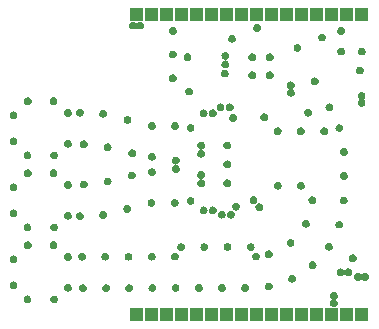
<source format=gbr>
G04 #@! TF.GenerationSoftware,KiCad,Pcbnew,(5.1.4)-1*
G04 #@! TF.CreationDate,2019-11-04T20:01:53-06:00*
G04 #@! TF.ProjectId,rf,72662e6b-6963-4616-945f-706362585858,A*
G04 #@! TF.SameCoordinates,PX811c3f0PY66a06fc*
G04 #@! TF.FileFunction,Soldermask,Bot*
G04 #@! TF.FilePolarity,Negative*
%FSLAX46Y46*%
G04 Gerber Fmt 4.6, Leading zero omitted, Abs format (unit mm)*
G04 Created by KiCad (PCBNEW (5.1.4)-1) date 2019-11-04 20:01:53*
%MOMM*%
%LPD*%
G04 APERTURE LIST*
%ADD10C,0.100000*%
G04 APERTURE END LIST*
D10*
G36*
X31264000Y-530000D02*
G01*
X30204000Y-530000D01*
X30204000Y530000D01*
X31264000Y530000D01*
X31264000Y-530000D01*
X31264000Y-530000D01*
G37*
G36*
X21104000Y-530000D02*
G01*
X20044000Y-530000D01*
X20044000Y530000D01*
X21104000Y530000D01*
X21104000Y-530000D01*
X21104000Y-530000D01*
G37*
G36*
X12214000Y-530000D02*
G01*
X11154000Y-530000D01*
X11154000Y530000D01*
X12214000Y530000D01*
X12214000Y-530000D01*
X12214000Y-530000D01*
G37*
G36*
X13484000Y-530000D02*
G01*
X12424000Y-530000D01*
X12424000Y530000D01*
X13484000Y530000D01*
X13484000Y-530000D01*
X13484000Y-530000D01*
G37*
G36*
X14754000Y-530000D02*
G01*
X13694000Y-530000D01*
X13694000Y530000D01*
X14754000Y530000D01*
X14754000Y-530000D01*
X14754000Y-530000D01*
G37*
G36*
X16024000Y-530000D02*
G01*
X14964000Y-530000D01*
X14964000Y530000D01*
X16024000Y530000D01*
X16024000Y-530000D01*
X16024000Y-530000D01*
G37*
G36*
X17294000Y-530000D02*
G01*
X16234000Y-530000D01*
X16234000Y530000D01*
X17294000Y530000D01*
X17294000Y-530000D01*
X17294000Y-530000D01*
G37*
G36*
X18564000Y-530000D02*
G01*
X17504000Y-530000D01*
X17504000Y530000D01*
X18564000Y530000D01*
X18564000Y-530000D01*
X18564000Y-530000D01*
G37*
G36*
X19834000Y-530000D02*
G01*
X18774000Y-530000D01*
X18774000Y530000D01*
X19834000Y530000D01*
X19834000Y-530000D01*
X19834000Y-530000D01*
G37*
G36*
X23644000Y-530000D02*
G01*
X22584000Y-530000D01*
X22584000Y530000D01*
X23644000Y530000D01*
X23644000Y-530000D01*
X23644000Y-530000D01*
G37*
G36*
X22374000Y-530000D02*
G01*
X21314000Y-530000D01*
X21314000Y530000D01*
X22374000Y530000D01*
X22374000Y-530000D01*
X22374000Y-530000D01*
G37*
G36*
X29994000Y-530000D02*
G01*
X28934000Y-530000D01*
X28934000Y530000D01*
X29994000Y530000D01*
X29994000Y-530000D01*
X29994000Y-530000D01*
G37*
G36*
X28724000Y-530000D02*
G01*
X27664000Y-530000D01*
X27664000Y530000D01*
X28724000Y530000D01*
X28724000Y-530000D01*
X28724000Y-530000D01*
G37*
G36*
X26184000Y-530000D02*
G01*
X25124000Y-530000D01*
X25124000Y530000D01*
X26184000Y530000D01*
X26184000Y-530000D01*
X26184000Y-530000D01*
G37*
G36*
X27454000Y-530000D02*
G01*
X26394000Y-530000D01*
X26394000Y530000D01*
X27454000Y530000D01*
X27454000Y-530000D01*
X27454000Y-530000D01*
G37*
G36*
X24914000Y-530000D02*
G01*
X23854000Y-530000D01*
X23854000Y530000D01*
X24914000Y530000D01*
X24914000Y-530000D01*
X24914000Y-530000D01*
G37*
G36*
X28442504Y1899448D02*
G01*
X28480758Y1891839D01*
X28540814Y1866962D01*
X28594863Y1830848D01*
X28640828Y1784883D01*
X28676942Y1730834D01*
X28701819Y1670778D01*
X28714500Y1607022D01*
X28714500Y1542018D01*
X28701819Y1478262D01*
X28676942Y1418206D01*
X28640828Y1364157D01*
X28594863Y1318192D01*
X28568657Y1300682D01*
X28558268Y1293740D01*
X28552965Y1289388D01*
X28548612Y1284084D01*
X28545378Y1278033D01*
X28543386Y1271468D01*
X28542714Y1264640D01*
X28543387Y1257812D01*
X28545378Y1251246D01*
X28548613Y1245195D01*
X28552965Y1239892D01*
X28558268Y1235540D01*
X28594863Y1211088D01*
X28640828Y1165123D01*
X28676942Y1111074D01*
X28701819Y1051018D01*
X28714500Y987262D01*
X28714500Y922258D01*
X28701819Y858502D01*
X28676942Y798446D01*
X28640828Y744397D01*
X28594863Y698432D01*
X28540814Y662318D01*
X28480758Y637441D01*
X28442504Y629832D01*
X28417004Y624760D01*
X28351996Y624760D01*
X28326496Y629832D01*
X28288242Y637441D01*
X28228186Y662318D01*
X28174137Y698432D01*
X28128172Y744397D01*
X28092058Y798446D01*
X28067181Y858502D01*
X28054500Y922258D01*
X28054500Y987262D01*
X28067181Y1051018D01*
X28092058Y1111074D01*
X28128172Y1165123D01*
X28174137Y1211088D01*
X28210732Y1235540D01*
X28216035Y1239892D01*
X28220388Y1245196D01*
X28223622Y1251247D01*
X28225614Y1257812D01*
X28226286Y1264640D01*
X28225613Y1271468D01*
X28223622Y1278034D01*
X28220387Y1284085D01*
X28216035Y1289388D01*
X28210732Y1293740D01*
X28200343Y1300682D01*
X28174137Y1318192D01*
X28128172Y1364157D01*
X28092058Y1418206D01*
X28067181Y1478262D01*
X28054500Y1542018D01*
X28054500Y1607022D01*
X28067181Y1670778D01*
X28092058Y1730834D01*
X28128172Y1784883D01*
X28174137Y1830848D01*
X28228186Y1866962D01*
X28288242Y1891839D01*
X28326496Y1899448D01*
X28351996Y1904520D01*
X28417004Y1904520D01*
X28442504Y1899448D01*
X28442504Y1899448D01*
G37*
G36*
X2504164Y1590928D02*
G01*
X2542418Y1583319D01*
X2602474Y1558442D01*
X2656523Y1522328D01*
X2702488Y1476363D01*
X2738602Y1422314D01*
X2763479Y1362258D01*
X2776160Y1298502D01*
X2776160Y1233498D01*
X2763479Y1169742D01*
X2738602Y1109686D01*
X2702488Y1055637D01*
X2656523Y1009672D01*
X2602474Y973558D01*
X2542418Y948681D01*
X2504164Y941072D01*
X2478664Y936000D01*
X2413656Y936000D01*
X2388156Y941072D01*
X2349902Y948681D01*
X2289846Y973558D01*
X2235797Y1009672D01*
X2189832Y1055637D01*
X2153718Y1109686D01*
X2128841Y1169742D01*
X2116160Y1233498D01*
X2116160Y1298502D01*
X2128841Y1362258D01*
X2153718Y1422314D01*
X2189832Y1476363D01*
X2235797Y1522328D01*
X2289846Y1558442D01*
X2349902Y1583319D01*
X2388156Y1590928D01*
X2413656Y1596000D01*
X2478664Y1596000D01*
X2504164Y1590928D01*
X2504164Y1590928D01*
G37*
G36*
X4754164Y1590928D02*
G01*
X4792418Y1583319D01*
X4852474Y1558442D01*
X4906523Y1522328D01*
X4952488Y1476363D01*
X4988602Y1422314D01*
X5013479Y1362258D01*
X5026160Y1298502D01*
X5026160Y1233498D01*
X5013479Y1169742D01*
X4988602Y1109686D01*
X4952488Y1055637D01*
X4906523Y1009672D01*
X4852474Y973558D01*
X4792418Y948681D01*
X4754164Y941072D01*
X4728664Y936000D01*
X4663656Y936000D01*
X4638156Y941072D01*
X4599902Y948681D01*
X4539846Y973558D01*
X4485797Y1009672D01*
X4439832Y1055637D01*
X4403718Y1109686D01*
X4378841Y1169742D01*
X4366160Y1233498D01*
X4366160Y1298502D01*
X4378841Y1362258D01*
X4403718Y1422314D01*
X4439832Y1476363D01*
X4485797Y1522328D01*
X4539846Y1558442D01*
X4599902Y1583319D01*
X4638156Y1590928D01*
X4663656Y1596000D01*
X4728664Y1596000D01*
X4754164Y1590928D01*
X4754164Y1590928D01*
G37*
G36*
X11120221Y2552258D02*
G01*
X11158904Y2544564D01*
X11218960Y2519687D01*
X11273009Y2483573D01*
X11318974Y2437608D01*
X11355088Y2383559D01*
X11379965Y2323503D01*
X11384702Y2299686D01*
X11391911Y2263445D01*
X11392646Y2259747D01*
X11392646Y2194743D01*
X11379965Y2130987D01*
X11355088Y2070931D01*
X11318974Y2016882D01*
X11273009Y1970917D01*
X11218960Y1934803D01*
X11158904Y1909926D01*
X11122574Y1902700D01*
X11095150Y1897245D01*
X11030142Y1897245D01*
X11002718Y1902700D01*
X10966388Y1909926D01*
X10906332Y1934803D01*
X10852283Y1970917D01*
X10806318Y2016882D01*
X10770204Y2070931D01*
X10745327Y2130987D01*
X10732646Y2194743D01*
X10732646Y2259747D01*
X10733382Y2263445D01*
X10740590Y2299686D01*
X10745327Y2323503D01*
X10770204Y2383559D01*
X10806318Y2437608D01*
X10852283Y2483573D01*
X10906332Y2519687D01*
X10966388Y2544564D01*
X11005071Y2552258D01*
X11030142Y2557245D01*
X11095150Y2557245D01*
X11120221Y2552258D01*
X11120221Y2552258D01*
G37*
G36*
X13082221Y2552258D02*
G01*
X13120904Y2544564D01*
X13180960Y2519687D01*
X13235009Y2483573D01*
X13280974Y2437608D01*
X13317088Y2383559D01*
X13341965Y2323503D01*
X13346702Y2299686D01*
X13353911Y2263445D01*
X13354646Y2259747D01*
X13354646Y2194743D01*
X13341965Y2130987D01*
X13317088Y2070931D01*
X13280974Y2016882D01*
X13235009Y1970917D01*
X13180960Y1934803D01*
X13120904Y1909926D01*
X13084574Y1902700D01*
X13057150Y1897245D01*
X12992142Y1897245D01*
X12964718Y1902700D01*
X12928388Y1909926D01*
X12868332Y1934803D01*
X12814283Y1970917D01*
X12768318Y2016882D01*
X12732204Y2070931D01*
X12707327Y2130987D01*
X12694646Y2194743D01*
X12694646Y2259747D01*
X12695382Y2263445D01*
X12702590Y2299686D01*
X12707327Y2323503D01*
X12732204Y2383559D01*
X12768318Y2437608D01*
X12814283Y2483573D01*
X12868332Y2519687D01*
X12928388Y2544564D01*
X12967071Y2552258D01*
X12992142Y2557245D01*
X13057150Y2557245D01*
X13082221Y2552258D01*
X13082221Y2552258D01*
G37*
G36*
X9158221Y2552258D02*
G01*
X9196904Y2544564D01*
X9256960Y2519687D01*
X9311009Y2483573D01*
X9356974Y2437608D01*
X9393088Y2383559D01*
X9417965Y2323503D01*
X9422702Y2299686D01*
X9429911Y2263445D01*
X9430646Y2259747D01*
X9430646Y2194743D01*
X9417965Y2130987D01*
X9393088Y2070931D01*
X9356974Y2016882D01*
X9311009Y1970917D01*
X9256960Y1934803D01*
X9196904Y1909926D01*
X9160574Y1902700D01*
X9133150Y1897245D01*
X9068142Y1897245D01*
X9040718Y1902700D01*
X9004388Y1909926D01*
X8944332Y1934803D01*
X8890283Y1970917D01*
X8844318Y2016882D01*
X8808204Y2070931D01*
X8783327Y2130987D01*
X8770646Y2194743D01*
X8770646Y2259747D01*
X8771382Y2263445D01*
X8778590Y2299686D01*
X8783327Y2323503D01*
X8808204Y2383559D01*
X8844318Y2437608D01*
X8890283Y2483573D01*
X8944332Y2519687D01*
X9004388Y2544564D01*
X9043071Y2552258D01*
X9068142Y2557245D01*
X9133150Y2557245D01*
X9158221Y2552258D01*
X9158221Y2552258D01*
G37*
G36*
X7196221Y2552258D02*
G01*
X7234904Y2544564D01*
X7294960Y2519687D01*
X7349009Y2483573D01*
X7394974Y2437608D01*
X7431088Y2383559D01*
X7455965Y2323503D01*
X7460702Y2299686D01*
X7467911Y2263445D01*
X7468646Y2259747D01*
X7468646Y2194743D01*
X7455965Y2130987D01*
X7431088Y2070931D01*
X7394974Y2016882D01*
X7349009Y1970917D01*
X7294960Y1934803D01*
X7234904Y1909926D01*
X7198574Y1902700D01*
X7171150Y1897245D01*
X7106142Y1897245D01*
X7078718Y1902700D01*
X7042388Y1909926D01*
X6982332Y1934803D01*
X6928283Y1970917D01*
X6882318Y2016882D01*
X6846204Y2070931D01*
X6821327Y2130987D01*
X6808646Y2194743D01*
X6808646Y2259747D01*
X6809382Y2263445D01*
X6816590Y2299686D01*
X6821327Y2323503D01*
X6846204Y2383559D01*
X6882318Y2437608D01*
X6928283Y2483573D01*
X6982332Y2519687D01*
X7042388Y2544564D01*
X7081071Y2552258D01*
X7106142Y2557245D01*
X7171150Y2557245D01*
X7196221Y2552258D01*
X7196221Y2552258D01*
G37*
G36*
X15044204Y2557628D02*
G01*
X15082458Y2550019D01*
X15142514Y2525142D01*
X15196563Y2489028D01*
X15242528Y2443063D01*
X15278642Y2389014D01*
X15303519Y2328958D01*
X15309341Y2299686D01*
X15316200Y2265204D01*
X15316200Y2200196D01*
X15315115Y2194743D01*
X15303519Y2136442D01*
X15278642Y2076386D01*
X15242528Y2022337D01*
X15196563Y1976372D01*
X15142514Y1940258D01*
X15082458Y1915381D01*
X15045369Y1908004D01*
X15018704Y1902700D01*
X14953696Y1902700D01*
X14927031Y1908004D01*
X14889942Y1915381D01*
X14829886Y1940258D01*
X14775837Y1976372D01*
X14729872Y2022337D01*
X14693758Y2076386D01*
X14668881Y2136442D01*
X14657285Y2194743D01*
X14656200Y2200196D01*
X14656200Y2265204D01*
X14663059Y2299686D01*
X14668881Y2328958D01*
X14693758Y2389014D01*
X14729872Y2443063D01*
X14775837Y2489028D01*
X14829886Y2525142D01*
X14889942Y2550019D01*
X14928196Y2557628D01*
X14953696Y2562700D01*
X15018704Y2562700D01*
X15044204Y2557628D01*
X15044204Y2557628D01*
G37*
G36*
X20933431Y2562932D02*
G01*
X20971685Y2555323D01*
X21031741Y2530446D01*
X21085790Y2494332D01*
X21131755Y2448367D01*
X21167869Y2394318D01*
X21192746Y2334262D01*
X21199623Y2299686D01*
X21205427Y2270508D01*
X21205427Y2205500D01*
X21203287Y2194743D01*
X21192746Y2141746D01*
X21167869Y2081690D01*
X21131755Y2027641D01*
X21085790Y1981676D01*
X21031741Y1945562D01*
X20971685Y1920685D01*
X20933431Y1913076D01*
X20907931Y1908004D01*
X20842923Y1908004D01*
X20817423Y1913076D01*
X20779169Y1920685D01*
X20719113Y1945562D01*
X20665064Y1981676D01*
X20619099Y2027641D01*
X20582985Y2081690D01*
X20558108Y2141746D01*
X20547567Y2194743D01*
X20545427Y2205500D01*
X20545427Y2270508D01*
X20551231Y2299686D01*
X20558108Y2334262D01*
X20582985Y2394318D01*
X20619099Y2448367D01*
X20665064Y2494332D01*
X20719113Y2530446D01*
X20779169Y2555323D01*
X20817423Y2562932D01*
X20842923Y2568004D01*
X20907931Y2568004D01*
X20933431Y2562932D01*
X20933431Y2562932D01*
G37*
G36*
X18971431Y2562932D02*
G01*
X19009685Y2555323D01*
X19069741Y2530446D01*
X19123790Y2494332D01*
X19169755Y2448367D01*
X19205869Y2394318D01*
X19230746Y2334262D01*
X19237623Y2299686D01*
X19243427Y2270508D01*
X19243427Y2205500D01*
X19241287Y2194743D01*
X19230746Y2141746D01*
X19205869Y2081690D01*
X19169755Y2027641D01*
X19123790Y1981676D01*
X19069741Y1945562D01*
X19009685Y1920685D01*
X18971431Y1913076D01*
X18945931Y1908004D01*
X18880923Y1908004D01*
X18855423Y1913076D01*
X18817169Y1920685D01*
X18757113Y1945562D01*
X18703064Y1981676D01*
X18657099Y2027641D01*
X18620985Y2081690D01*
X18596108Y2141746D01*
X18585567Y2194743D01*
X18583427Y2205500D01*
X18583427Y2270508D01*
X18589231Y2299686D01*
X18596108Y2334262D01*
X18620985Y2394318D01*
X18657099Y2448367D01*
X18703064Y2494332D01*
X18757113Y2530446D01*
X18817169Y2555323D01*
X18855423Y2562932D01*
X18880923Y2568004D01*
X18945931Y2568004D01*
X18971431Y2562932D01*
X18971431Y2562932D01*
G37*
G36*
X17009431Y2562932D02*
G01*
X17047685Y2555323D01*
X17107741Y2530446D01*
X17161790Y2494332D01*
X17207755Y2448367D01*
X17243869Y2394318D01*
X17268746Y2334262D01*
X17275623Y2299686D01*
X17281427Y2270508D01*
X17281427Y2205500D01*
X17279287Y2194743D01*
X17268746Y2141746D01*
X17243869Y2081690D01*
X17207755Y2027641D01*
X17161790Y1981676D01*
X17107741Y1945562D01*
X17047685Y1920685D01*
X17009431Y1913076D01*
X16983931Y1908004D01*
X16918923Y1908004D01*
X16893423Y1913076D01*
X16855169Y1920685D01*
X16795113Y1945562D01*
X16741064Y1981676D01*
X16695099Y2027641D01*
X16658985Y2081690D01*
X16634108Y2141746D01*
X16623567Y2194743D01*
X16621427Y2205500D01*
X16621427Y2270508D01*
X16627231Y2299686D01*
X16634108Y2334262D01*
X16658985Y2394318D01*
X16695099Y2448367D01*
X16741064Y2494332D01*
X16795113Y2530446D01*
X16855169Y2555323D01*
X16893423Y2562932D01*
X16918923Y2568004D01*
X16983931Y2568004D01*
X17009431Y2562932D01*
X17009431Y2562932D01*
G37*
G36*
X5924164Y2580928D02*
G01*
X5962418Y2573319D01*
X6022474Y2548442D01*
X6076523Y2512328D01*
X6122488Y2466363D01*
X6158602Y2412314D01*
X6183479Y2352258D01*
X6196160Y2288502D01*
X6196160Y2223498D01*
X6183479Y2159742D01*
X6158602Y2099686D01*
X6122488Y2045637D01*
X6076523Y1999672D01*
X6022474Y1963558D01*
X5962418Y1938681D01*
X5924164Y1931072D01*
X5898664Y1926000D01*
X5833656Y1926000D01*
X5808156Y1931072D01*
X5769902Y1938681D01*
X5709846Y1963558D01*
X5655797Y1999672D01*
X5609832Y2045637D01*
X5573718Y2099686D01*
X5548841Y2159742D01*
X5536160Y2223498D01*
X5536160Y2288502D01*
X5548841Y2352258D01*
X5573718Y2412314D01*
X5609832Y2466363D01*
X5655797Y2512328D01*
X5709846Y2548442D01*
X5769902Y2573319D01*
X5808156Y2580928D01*
X5833656Y2586000D01*
X5898664Y2586000D01*
X5924164Y2580928D01*
X5924164Y2580928D01*
G37*
G36*
X22946016Y2684628D02*
G01*
X22984270Y2677019D01*
X23044326Y2652142D01*
X23098375Y2616028D01*
X23144340Y2570063D01*
X23180454Y2516014D01*
X23205331Y2455958D01*
X23208981Y2437607D01*
X23218012Y2392204D01*
X23218012Y2327196D01*
X23212940Y2301696D01*
X23205331Y2263442D01*
X23180454Y2203386D01*
X23144340Y2149337D01*
X23098375Y2103372D01*
X23044326Y2067258D01*
X22984270Y2042381D01*
X22946016Y2034772D01*
X22920516Y2029700D01*
X22855508Y2029700D01*
X22830008Y2034772D01*
X22791754Y2042381D01*
X22731698Y2067258D01*
X22677649Y2103372D01*
X22631684Y2149337D01*
X22595570Y2203386D01*
X22570693Y2263442D01*
X22563084Y2301696D01*
X22558012Y2327196D01*
X22558012Y2392204D01*
X22567043Y2437607D01*
X22570693Y2455958D01*
X22595570Y2516014D01*
X22631684Y2570063D01*
X22677649Y2616028D01*
X22731698Y2652142D01*
X22791754Y2677019D01*
X22830008Y2684628D01*
X22855508Y2689700D01*
X22920516Y2689700D01*
X22946016Y2684628D01*
X22946016Y2684628D01*
G37*
G36*
X1324164Y2780928D02*
G01*
X1362418Y2773319D01*
X1422474Y2748442D01*
X1476523Y2712328D01*
X1522488Y2666363D01*
X1558602Y2612314D01*
X1583479Y2552258D01*
X1585009Y2544564D01*
X1596056Y2489028D01*
X1596160Y2488502D01*
X1596160Y2423498D01*
X1583479Y2359742D01*
X1558602Y2299686D01*
X1522488Y2245637D01*
X1476523Y2199672D01*
X1422474Y2163558D01*
X1362418Y2138681D01*
X1324164Y2131072D01*
X1298664Y2126000D01*
X1233656Y2126000D01*
X1208156Y2131072D01*
X1169902Y2138681D01*
X1109846Y2163558D01*
X1055797Y2199672D01*
X1009832Y2245637D01*
X973718Y2299686D01*
X948841Y2359742D01*
X936160Y2423498D01*
X936160Y2488502D01*
X936265Y2489028D01*
X947311Y2544564D01*
X948841Y2552258D01*
X973718Y2612314D01*
X1009832Y2666363D01*
X1055797Y2712328D01*
X1109846Y2748442D01*
X1169902Y2773319D01*
X1208156Y2780928D01*
X1233656Y2786000D01*
X1298664Y2786000D01*
X1324164Y2780928D01*
X1324164Y2780928D01*
G37*
G36*
X24915710Y3337364D02*
G01*
X24955916Y3329367D01*
X25015972Y3304490D01*
X25070021Y3268376D01*
X25115986Y3222411D01*
X25152100Y3168362D01*
X25176977Y3108306D01*
X25189658Y3044550D01*
X25189658Y2979546D01*
X25176977Y2915790D01*
X25152100Y2855734D01*
X25115986Y2801685D01*
X25070021Y2755720D01*
X25015972Y2719606D01*
X24955916Y2694729D01*
X24917662Y2687120D01*
X24892162Y2682048D01*
X24827154Y2682048D01*
X24801654Y2687120D01*
X24763400Y2694729D01*
X24703344Y2719606D01*
X24649295Y2755720D01*
X24603330Y2801685D01*
X24567216Y2855734D01*
X24542339Y2915790D01*
X24529658Y2979546D01*
X24529658Y3044550D01*
X24542339Y3108306D01*
X24567216Y3168362D01*
X24603330Y3222411D01*
X24649295Y3268376D01*
X24703344Y3304490D01*
X24763400Y3329367D01*
X24803606Y3337364D01*
X24827154Y3342048D01*
X24892162Y3342048D01*
X24915710Y3337364D01*
X24915710Y3337364D01*
G37*
G36*
X30474504Y3499928D02*
G01*
X30512758Y3492319D01*
X30572814Y3467442D01*
X30626863Y3431328D01*
X30672828Y3385363D01*
X30692211Y3356354D01*
X30704900Y3337364D01*
X30709252Y3332061D01*
X30714556Y3327708D01*
X30720607Y3324474D01*
X30727172Y3322482D01*
X30734000Y3321810D01*
X30740828Y3322483D01*
X30747394Y3324474D01*
X30753445Y3327709D01*
X30758748Y3332061D01*
X30763100Y3337364D01*
X30775789Y3356354D01*
X30795172Y3385363D01*
X30841137Y3431328D01*
X30895186Y3467442D01*
X30955242Y3492319D01*
X30993496Y3499928D01*
X31018996Y3505000D01*
X31084004Y3505000D01*
X31109504Y3499928D01*
X31147758Y3492319D01*
X31207814Y3467442D01*
X31261863Y3431328D01*
X31307828Y3385363D01*
X31343942Y3331314D01*
X31368819Y3271258D01*
X31381500Y3207502D01*
X31381500Y3142498D01*
X31368819Y3078742D01*
X31343942Y3018686D01*
X31307828Y2964637D01*
X31261863Y2918672D01*
X31207814Y2882558D01*
X31147758Y2857681D01*
X31109504Y2850072D01*
X31084004Y2845000D01*
X31018996Y2845000D01*
X30993496Y2850072D01*
X30955242Y2857681D01*
X30895186Y2882558D01*
X30841137Y2918672D01*
X30795172Y2964637D01*
X30763100Y3012636D01*
X30758748Y3017939D01*
X30753444Y3022292D01*
X30747393Y3025526D01*
X30740828Y3027518D01*
X30734000Y3028190D01*
X30727172Y3027517D01*
X30720606Y3025526D01*
X30714555Y3022291D01*
X30709252Y3017939D01*
X30704900Y3012636D01*
X30672828Y2964637D01*
X30626863Y2918672D01*
X30572814Y2882558D01*
X30512758Y2857681D01*
X30474504Y2850072D01*
X30449004Y2845000D01*
X30383996Y2845000D01*
X30358496Y2850072D01*
X30320242Y2857681D01*
X30260186Y2882558D01*
X30206137Y2918672D01*
X30160172Y2964637D01*
X30124058Y3018686D01*
X30099181Y3078742D01*
X30086500Y3142498D01*
X30086500Y3207502D01*
X30099181Y3271258D01*
X30124058Y3331314D01*
X30160172Y3385363D01*
X30206137Y3431328D01*
X30260186Y3467442D01*
X30320242Y3492319D01*
X30358496Y3499928D01*
X30383996Y3505000D01*
X30449004Y3505000D01*
X30474504Y3499928D01*
X30474504Y3499928D01*
G37*
G36*
X29014004Y3880928D02*
G01*
X29052258Y3873319D01*
X29112314Y3848442D01*
X29166363Y3812328D01*
X29212328Y3766363D01*
X29231711Y3737354D01*
X29244400Y3718364D01*
X29248752Y3713061D01*
X29254056Y3708708D01*
X29260107Y3705474D01*
X29266672Y3703482D01*
X29273500Y3702810D01*
X29280328Y3703483D01*
X29286894Y3705474D01*
X29292945Y3708709D01*
X29298248Y3713061D01*
X29302600Y3718364D01*
X29315289Y3737354D01*
X29334672Y3766363D01*
X29380637Y3812328D01*
X29434686Y3848442D01*
X29494742Y3873319D01*
X29532996Y3880928D01*
X29558496Y3886000D01*
X29623504Y3886000D01*
X29649004Y3880928D01*
X29687258Y3873319D01*
X29747314Y3848442D01*
X29801363Y3812328D01*
X29847328Y3766363D01*
X29883442Y3712314D01*
X29908319Y3652258D01*
X29921000Y3588502D01*
X29921000Y3523498D01*
X29908319Y3459742D01*
X29883442Y3399686D01*
X29847328Y3345637D01*
X29801363Y3299672D01*
X29747314Y3263558D01*
X29687258Y3238681D01*
X29649004Y3231072D01*
X29623504Y3226000D01*
X29558496Y3226000D01*
X29532996Y3231072D01*
X29494742Y3238681D01*
X29434686Y3263558D01*
X29380637Y3299672D01*
X29334672Y3345637D01*
X29302600Y3393636D01*
X29298248Y3398939D01*
X29292944Y3403292D01*
X29286893Y3406526D01*
X29280328Y3408518D01*
X29273500Y3409190D01*
X29266672Y3408517D01*
X29260106Y3406526D01*
X29254055Y3403291D01*
X29248752Y3398939D01*
X29244400Y3393636D01*
X29212328Y3345637D01*
X29166363Y3299672D01*
X29112314Y3263558D01*
X29052258Y3238681D01*
X29014004Y3231072D01*
X28988504Y3226000D01*
X28923496Y3226000D01*
X28897996Y3231072D01*
X28859742Y3238681D01*
X28799686Y3263558D01*
X28745637Y3299672D01*
X28699672Y3345637D01*
X28663558Y3399686D01*
X28638681Y3459742D01*
X28626000Y3523498D01*
X28626000Y3588502D01*
X28638681Y3652258D01*
X28663558Y3712314D01*
X28699672Y3766363D01*
X28745637Y3812328D01*
X28799686Y3848442D01*
X28859742Y3873319D01*
X28897996Y3880928D01*
X28923496Y3886000D01*
X28988504Y3886000D01*
X29014004Y3880928D01*
X29014004Y3880928D01*
G37*
G36*
X26647874Y4484438D02*
G01*
X26686128Y4476829D01*
X26746184Y4451952D01*
X26800233Y4415838D01*
X26846198Y4369873D01*
X26882312Y4315824D01*
X26907189Y4255768D01*
X26919870Y4192012D01*
X26919870Y4127008D01*
X26907189Y4063252D01*
X26882312Y4003196D01*
X26846198Y3949147D01*
X26800233Y3903182D01*
X26746184Y3867068D01*
X26686128Y3842191D01*
X26647874Y3834582D01*
X26622374Y3829510D01*
X26557366Y3829510D01*
X26531866Y3834582D01*
X26493612Y3842191D01*
X26433556Y3867068D01*
X26379507Y3903182D01*
X26333542Y3949147D01*
X26297428Y4003196D01*
X26272551Y4063252D01*
X26259870Y4127008D01*
X26259870Y4192012D01*
X26272551Y4255768D01*
X26297428Y4315824D01*
X26333542Y4369873D01*
X26379507Y4415838D01*
X26433556Y4451952D01*
X26493612Y4476829D01*
X26531866Y4484438D01*
X26557366Y4489510D01*
X26622374Y4489510D01*
X26647874Y4484438D01*
X26647874Y4484438D01*
G37*
G36*
X1324012Y4980958D02*
G01*
X1362418Y4973319D01*
X1422474Y4948442D01*
X1476523Y4912328D01*
X1522488Y4866363D01*
X1558602Y4812314D01*
X1583479Y4752258D01*
X1596160Y4688502D01*
X1596160Y4623498D01*
X1583479Y4559742D01*
X1558602Y4499686D01*
X1522488Y4445637D01*
X1476523Y4399672D01*
X1422474Y4363558D01*
X1362418Y4338681D01*
X1324164Y4331072D01*
X1298664Y4326000D01*
X1233656Y4326000D01*
X1208156Y4331072D01*
X1169902Y4338681D01*
X1109846Y4363558D01*
X1055797Y4399672D01*
X1009832Y4445637D01*
X973718Y4499686D01*
X948841Y4559742D01*
X936160Y4623498D01*
X936160Y4688502D01*
X948841Y4752258D01*
X973718Y4812314D01*
X1009832Y4866363D01*
X1055797Y4912328D01*
X1109846Y4948442D01*
X1169902Y4973319D01*
X1208308Y4980958D01*
X1233656Y4986000D01*
X1298664Y4986000D01*
X1324012Y4980958D01*
X1324012Y4980958D01*
G37*
G36*
X30058004Y5074928D02*
G01*
X30096258Y5067319D01*
X30156314Y5042442D01*
X30210363Y5006328D01*
X30256328Y4960363D01*
X30292442Y4906314D01*
X30317319Y4846258D01*
X30330000Y4782502D01*
X30330000Y4717498D01*
X30317319Y4653742D01*
X30292442Y4593686D01*
X30256328Y4539637D01*
X30210363Y4493672D01*
X30156314Y4457558D01*
X30096258Y4432681D01*
X30058004Y4425072D01*
X30032504Y4420000D01*
X29967496Y4420000D01*
X29941996Y4425072D01*
X29903742Y4432681D01*
X29843686Y4457558D01*
X29789637Y4493672D01*
X29743672Y4539637D01*
X29707558Y4593686D01*
X29682681Y4653742D01*
X29670000Y4717498D01*
X29670000Y4782502D01*
X29682681Y4846258D01*
X29707558Y4906314D01*
X29743672Y4960363D01*
X29789637Y5006328D01*
X29843686Y5042442D01*
X29903742Y5067319D01*
X29941996Y5074928D01*
X29967496Y5080000D01*
X30032504Y5080000D01*
X30058004Y5074928D01*
X30058004Y5074928D01*
G37*
G36*
X5924164Y5180928D02*
G01*
X5962418Y5173319D01*
X6022474Y5148442D01*
X6076523Y5112328D01*
X6122488Y5066363D01*
X6158602Y5012314D01*
X6183479Y4952258D01*
X6196160Y4888502D01*
X6196160Y4823498D01*
X6183479Y4759742D01*
X6158602Y4699686D01*
X6122488Y4645637D01*
X6076523Y4599672D01*
X6022474Y4563558D01*
X5962418Y4538681D01*
X5924164Y4531072D01*
X5898664Y4526000D01*
X5833656Y4526000D01*
X5808156Y4531072D01*
X5769902Y4538681D01*
X5709846Y4563558D01*
X5655797Y4599672D01*
X5609832Y4645637D01*
X5573718Y4699686D01*
X5548841Y4759742D01*
X5536160Y4823498D01*
X5536160Y4888502D01*
X5548841Y4952258D01*
X5573718Y5012314D01*
X5609832Y5066363D01*
X5655797Y5112328D01*
X5709846Y5148442D01*
X5769902Y5173319D01*
X5808156Y5180928D01*
X5833656Y5186000D01*
X5898664Y5186000D01*
X5924164Y5180928D01*
X5924164Y5180928D01*
G37*
G36*
X9098204Y5209628D02*
G01*
X9136458Y5202019D01*
X9196514Y5177142D01*
X9250563Y5141028D01*
X9296528Y5095063D01*
X9332642Y5041014D01*
X9357519Y4980958D01*
X9363227Y4952258D01*
X9369807Y4919182D01*
X9370200Y4917202D01*
X9370200Y4852198D01*
X9357519Y4788442D01*
X9332642Y4728386D01*
X9296528Y4674337D01*
X9250563Y4628372D01*
X9196514Y4592258D01*
X9136458Y4567381D01*
X9098204Y4559772D01*
X9072704Y4554700D01*
X9007696Y4554700D01*
X8982196Y4559772D01*
X8943942Y4567381D01*
X8883886Y4592258D01*
X8829837Y4628372D01*
X8783872Y4674337D01*
X8747758Y4728386D01*
X8722881Y4788442D01*
X8710200Y4852198D01*
X8710200Y4917202D01*
X8710594Y4919182D01*
X8717173Y4952258D01*
X8722881Y4980958D01*
X8747758Y5041014D01*
X8783872Y5095063D01*
X8829837Y5141028D01*
X8883886Y5177142D01*
X8943942Y5202019D01*
X8982196Y5209628D01*
X9007696Y5214700D01*
X9072704Y5214700D01*
X9098204Y5209628D01*
X9098204Y5209628D01*
G37*
G36*
X13022204Y5209628D02*
G01*
X13060458Y5202019D01*
X13120514Y5177142D01*
X13174563Y5141028D01*
X13220528Y5095063D01*
X13256642Y5041014D01*
X13281519Y4980958D01*
X13287227Y4952258D01*
X13293807Y4919182D01*
X13294200Y4917202D01*
X13294200Y4852198D01*
X13281519Y4788442D01*
X13256642Y4728386D01*
X13220528Y4674337D01*
X13174563Y4628372D01*
X13120514Y4592258D01*
X13060458Y4567381D01*
X13022204Y4559772D01*
X12996704Y4554700D01*
X12931696Y4554700D01*
X12906196Y4559772D01*
X12867942Y4567381D01*
X12807886Y4592258D01*
X12753837Y4628372D01*
X12707872Y4674337D01*
X12671758Y4728386D01*
X12646881Y4788442D01*
X12634200Y4852198D01*
X12634200Y4917202D01*
X12634594Y4919182D01*
X12641173Y4952258D01*
X12646881Y4980958D01*
X12671758Y5041014D01*
X12707872Y5095063D01*
X12753837Y5141028D01*
X12807886Y5177142D01*
X12867942Y5202019D01*
X12906196Y5209628D01*
X12931696Y5214700D01*
X12996704Y5214700D01*
X13022204Y5209628D01*
X13022204Y5209628D01*
G37*
G36*
X7136204Y5209628D02*
G01*
X7174458Y5202019D01*
X7234514Y5177142D01*
X7288563Y5141028D01*
X7334528Y5095063D01*
X7370642Y5041014D01*
X7395519Y4980958D01*
X7401227Y4952258D01*
X7407807Y4919182D01*
X7408200Y4917202D01*
X7408200Y4852198D01*
X7395519Y4788442D01*
X7370642Y4728386D01*
X7334528Y4674337D01*
X7288563Y4628372D01*
X7234514Y4592258D01*
X7174458Y4567381D01*
X7136204Y4559772D01*
X7110704Y4554700D01*
X7045696Y4554700D01*
X7020196Y4559772D01*
X6981942Y4567381D01*
X6921886Y4592258D01*
X6867837Y4628372D01*
X6821872Y4674337D01*
X6785758Y4728386D01*
X6760881Y4788442D01*
X6748200Y4852198D01*
X6748200Y4917202D01*
X6748594Y4919182D01*
X6755173Y4952258D01*
X6760881Y4980958D01*
X6785758Y5041014D01*
X6821872Y5095063D01*
X6867837Y5141028D01*
X6921886Y5177142D01*
X6981942Y5202019D01*
X7020196Y5209628D01*
X7045696Y5214700D01*
X7110704Y5214700D01*
X7136204Y5209628D01*
X7136204Y5209628D01*
G37*
G36*
X11060204Y5209628D02*
G01*
X11098458Y5202019D01*
X11158514Y5177142D01*
X11212563Y5141028D01*
X11258528Y5095063D01*
X11294642Y5041014D01*
X11319519Y4980958D01*
X11325227Y4952258D01*
X11331807Y4919182D01*
X11332200Y4917202D01*
X11332200Y4852198D01*
X11319519Y4788442D01*
X11294642Y4728386D01*
X11258528Y4674337D01*
X11212563Y4628372D01*
X11158514Y4592258D01*
X11098458Y4567381D01*
X11060204Y4559772D01*
X11034704Y4554700D01*
X10969696Y4554700D01*
X10944196Y4559772D01*
X10905942Y4567381D01*
X10845886Y4592258D01*
X10791837Y4628372D01*
X10745872Y4674337D01*
X10709758Y4728386D01*
X10684881Y4788442D01*
X10672200Y4852198D01*
X10672200Y4917202D01*
X10672594Y4919182D01*
X10679173Y4952258D01*
X10684881Y4980958D01*
X10709758Y5041014D01*
X10745872Y5095063D01*
X10791837Y5141028D01*
X10845886Y5177142D01*
X10905942Y5202019D01*
X10944196Y5209628D01*
X10969696Y5214700D01*
X11034704Y5214700D01*
X11060204Y5209628D01*
X11060204Y5209628D01*
G37*
G36*
X14981101Y5212778D02*
G01*
X15025239Y5203999D01*
X15085295Y5179122D01*
X15139344Y5143008D01*
X15185309Y5097043D01*
X15221423Y5042994D01*
X15246300Y4982938D01*
X15246694Y4980955D01*
X15258981Y4919184D01*
X15258981Y4854176D01*
X15258587Y4852196D01*
X15246300Y4790422D01*
X15221423Y4730366D01*
X15185309Y4676317D01*
X15139344Y4630352D01*
X15085295Y4594238D01*
X15025239Y4569361D01*
X14996063Y4563558D01*
X14961485Y4556680D01*
X14896477Y4556680D01*
X14861899Y4563558D01*
X14832723Y4569361D01*
X14772667Y4594238D01*
X14718618Y4630352D01*
X14672653Y4676317D01*
X14636539Y4730366D01*
X14611662Y4790422D01*
X14599375Y4852196D01*
X14598981Y4854176D01*
X14598981Y4919184D01*
X14611268Y4980955D01*
X14611662Y4982938D01*
X14636539Y5042994D01*
X14672653Y5097043D01*
X14718618Y5143008D01*
X14772667Y5179122D01*
X14832723Y5203999D01*
X14876861Y5212778D01*
X14896477Y5216680D01*
X14961485Y5216680D01*
X14981101Y5212778D01*
X14981101Y5212778D01*
G37*
G36*
X21853985Y5220387D02*
G01*
X21892239Y5212778D01*
X21952295Y5187901D01*
X22006344Y5151787D01*
X22052309Y5105822D01*
X22088423Y5051773D01*
X22113300Y4991717D01*
X22116959Y4973319D01*
X22125981Y4927963D01*
X22125981Y4862955D01*
X22123841Y4852198D01*
X22113300Y4799201D01*
X22088423Y4739145D01*
X22052309Y4685096D01*
X22006344Y4639131D01*
X21952295Y4603017D01*
X21892239Y4578140D01*
X21853985Y4570531D01*
X21828485Y4565459D01*
X21763477Y4565459D01*
X21737977Y4570531D01*
X21699723Y4578140D01*
X21639667Y4603017D01*
X21585618Y4639131D01*
X21539653Y4685096D01*
X21503539Y4739145D01*
X21478662Y4799201D01*
X21468121Y4852198D01*
X21465981Y4862955D01*
X21465981Y4927963D01*
X21475003Y4973319D01*
X21478662Y4991717D01*
X21503539Y5051773D01*
X21539653Y5105822D01*
X21585618Y5151787D01*
X21639667Y5187901D01*
X21699723Y5212778D01*
X21737977Y5220387D01*
X21763477Y5225459D01*
X21828485Y5225459D01*
X21853985Y5220387D01*
X21853985Y5220387D01*
G37*
G36*
X22940873Y5412402D02*
G01*
X22979127Y5404793D01*
X23039183Y5379916D01*
X23093232Y5343802D01*
X23139197Y5297837D01*
X23175311Y5243788D01*
X23200188Y5183732D01*
X23212869Y5119976D01*
X23212869Y5054972D01*
X23200188Y4991216D01*
X23175311Y4931160D01*
X23139197Y4877111D01*
X23093232Y4831146D01*
X23039183Y4795032D01*
X22979127Y4770155D01*
X22940873Y4762546D01*
X22915373Y4757474D01*
X22850365Y4757474D01*
X22824865Y4762546D01*
X22786611Y4770155D01*
X22726555Y4795032D01*
X22672506Y4831146D01*
X22626541Y4877111D01*
X22590427Y4931160D01*
X22565550Y4991216D01*
X22552869Y5054972D01*
X22552869Y5119976D01*
X22565550Y5183732D01*
X22590427Y5243788D01*
X22626541Y5297837D01*
X22672506Y5343802D01*
X22726555Y5379916D01*
X22786611Y5404793D01*
X22824865Y5412402D01*
X22850365Y5417474D01*
X22915373Y5417474D01*
X22940873Y5412402D01*
X22940873Y5412402D01*
G37*
G36*
X17479985Y6025567D02*
G01*
X17518239Y6017958D01*
X17578295Y5993081D01*
X17632344Y5956967D01*
X17678309Y5911002D01*
X17714423Y5856953D01*
X17739300Y5796897D01*
X17739656Y5795106D01*
X17751788Y5734115D01*
X17751981Y5733141D01*
X17751981Y5668137D01*
X17739300Y5604381D01*
X17714423Y5544325D01*
X17678309Y5490276D01*
X17632344Y5444311D01*
X17578295Y5408197D01*
X17518239Y5383320D01*
X17479985Y5375711D01*
X17454485Y5370639D01*
X17389477Y5370639D01*
X17363977Y5375711D01*
X17325723Y5383320D01*
X17265667Y5408197D01*
X17211618Y5444311D01*
X17165653Y5490276D01*
X17129539Y5544325D01*
X17104662Y5604381D01*
X17091981Y5668137D01*
X17091981Y5733141D01*
X17092175Y5734115D01*
X17104306Y5795106D01*
X17104662Y5796897D01*
X17129539Y5856953D01*
X17165653Y5911002D01*
X17211618Y5956967D01*
X17265667Y5993081D01*
X17325723Y6017958D01*
X17363977Y6025567D01*
X17389477Y6030639D01*
X17454485Y6030639D01*
X17479985Y6025567D01*
X17479985Y6025567D01*
G37*
G36*
X21403985Y6025567D02*
G01*
X21442239Y6017958D01*
X21502295Y5993081D01*
X21556344Y5956967D01*
X21602309Y5911002D01*
X21638423Y5856953D01*
X21663300Y5796897D01*
X21663656Y5795106D01*
X21675788Y5734115D01*
X21675981Y5733141D01*
X21675981Y5668137D01*
X21663300Y5604381D01*
X21638423Y5544325D01*
X21602309Y5490276D01*
X21556344Y5444311D01*
X21502295Y5408197D01*
X21442239Y5383320D01*
X21403985Y5375711D01*
X21378485Y5370639D01*
X21313477Y5370639D01*
X21287977Y5375711D01*
X21249723Y5383320D01*
X21189667Y5408197D01*
X21135618Y5444311D01*
X21089653Y5490276D01*
X21053539Y5544325D01*
X21028662Y5604381D01*
X21015981Y5668137D01*
X21015981Y5733141D01*
X21016175Y5734115D01*
X21028306Y5795106D01*
X21028662Y5796897D01*
X21053539Y5856953D01*
X21089653Y5911002D01*
X21135618Y5956967D01*
X21189667Y5993081D01*
X21249723Y6017958D01*
X21287977Y6025567D01*
X21313477Y6030639D01*
X21378485Y6030639D01*
X21403985Y6025567D01*
X21403985Y6025567D01*
G37*
G36*
X19441985Y6025567D02*
G01*
X19480239Y6017958D01*
X19540295Y5993081D01*
X19594344Y5956967D01*
X19640309Y5911002D01*
X19676423Y5856953D01*
X19701300Y5796897D01*
X19701656Y5795106D01*
X19713788Y5734115D01*
X19713981Y5733141D01*
X19713981Y5668137D01*
X19701300Y5604381D01*
X19676423Y5544325D01*
X19640309Y5490276D01*
X19594344Y5444311D01*
X19540295Y5408197D01*
X19480239Y5383320D01*
X19441985Y5375711D01*
X19416485Y5370639D01*
X19351477Y5370639D01*
X19325977Y5375711D01*
X19287723Y5383320D01*
X19227667Y5408197D01*
X19173618Y5444311D01*
X19127653Y5490276D01*
X19091539Y5544325D01*
X19066662Y5604381D01*
X19053981Y5668137D01*
X19053981Y5733141D01*
X19054175Y5734115D01*
X19066306Y5795106D01*
X19066662Y5796897D01*
X19091539Y5856953D01*
X19127653Y5911002D01*
X19173618Y5956967D01*
X19227667Y5993081D01*
X19287723Y6017958D01*
X19325977Y6025567D01*
X19351477Y6030639D01*
X19416485Y6030639D01*
X19441985Y6025567D01*
X19441985Y6025567D01*
G37*
G36*
X15517985Y6025567D02*
G01*
X15556239Y6017958D01*
X15616295Y5993081D01*
X15670344Y5956967D01*
X15716309Y5911002D01*
X15752423Y5856953D01*
X15777300Y5796897D01*
X15777656Y5795106D01*
X15789788Y5734115D01*
X15789981Y5733141D01*
X15789981Y5668137D01*
X15777300Y5604381D01*
X15752423Y5544325D01*
X15716309Y5490276D01*
X15670344Y5444311D01*
X15616295Y5408197D01*
X15556239Y5383320D01*
X15517985Y5375711D01*
X15492485Y5370639D01*
X15427477Y5370639D01*
X15401977Y5375711D01*
X15363723Y5383320D01*
X15303667Y5408197D01*
X15249618Y5444311D01*
X15203653Y5490276D01*
X15167539Y5544325D01*
X15142662Y5604381D01*
X15129981Y5668137D01*
X15129981Y5733141D01*
X15130175Y5734115D01*
X15142306Y5795106D01*
X15142662Y5796897D01*
X15167539Y5856953D01*
X15203653Y5911002D01*
X15249618Y5956967D01*
X15303667Y5993081D01*
X15363723Y6017958D01*
X15401977Y6025567D01*
X15427477Y6030639D01*
X15492485Y6030639D01*
X15517985Y6025567D01*
X15517985Y6025567D01*
G37*
G36*
X28016134Y6047279D02*
G01*
X28054388Y6039670D01*
X28114444Y6014793D01*
X28168493Y5978679D01*
X28214458Y5932714D01*
X28250572Y5878665D01*
X28275449Y5818609D01*
X28288130Y5754853D01*
X28288130Y5689849D01*
X28275449Y5626093D01*
X28250572Y5566037D01*
X28214458Y5511988D01*
X28168493Y5466023D01*
X28114444Y5429909D01*
X28054388Y5405032D01*
X28016134Y5397423D01*
X27990634Y5392351D01*
X27925626Y5392351D01*
X27900126Y5397423D01*
X27861872Y5405032D01*
X27801816Y5429909D01*
X27747767Y5466023D01*
X27701802Y5511988D01*
X27665688Y5566037D01*
X27640811Y5626093D01*
X27628130Y5689849D01*
X27628130Y5754853D01*
X27640811Y5818609D01*
X27665688Y5878665D01*
X27701802Y5932714D01*
X27747767Y5978679D01*
X27801816Y6014793D01*
X27861872Y6039670D01*
X27900126Y6047279D01*
X27925626Y6052351D01*
X27990634Y6052351D01*
X28016134Y6047279D01*
X28016134Y6047279D01*
G37*
G36*
X4704164Y6180928D02*
G01*
X4742418Y6173319D01*
X4802474Y6148442D01*
X4856523Y6112328D01*
X4902488Y6066363D01*
X4938602Y6012314D01*
X4963479Y5952258D01*
X4976160Y5888502D01*
X4976160Y5823498D01*
X4963479Y5759742D01*
X4938602Y5699686D01*
X4902488Y5645637D01*
X4856523Y5599672D01*
X4802474Y5563558D01*
X4742418Y5538681D01*
X4704164Y5531072D01*
X4678664Y5526000D01*
X4613656Y5526000D01*
X4588156Y5531072D01*
X4549902Y5538681D01*
X4489846Y5563558D01*
X4435797Y5599672D01*
X4389832Y5645637D01*
X4353718Y5699686D01*
X4328841Y5759742D01*
X4316160Y5823498D01*
X4316160Y5888502D01*
X4328841Y5952258D01*
X4353718Y6012314D01*
X4389832Y6066363D01*
X4435797Y6112328D01*
X4489846Y6148442D01*
X4549902Y6173319D01*
X4588156Y6180928D01*
X4613656Y6186000D01*
X4678664Y6186000D01*
X4704164Y6180928D01*
X4704164Y6180928D01*
G37*
G36*
X2534164Y6180928D02*
G01*
X2572418Y6173319D01*
X2632474Y6148442D01*
X2686523Y6112328D01*
X2732488Y6066363D01*
X2768602Y6012314D01*
X2793479Y5952258D01*
X2806160Y5888502D01*
X2806160Y5823498D01*
X2793479Y5759742D01*
X2768602Y5699686D01*
X2732488Y5645637D01*
X2686523Y5599672D01*
X2632474Y5563558D01*
X2572418Y5538681D01*
X2534164Y5531072D01*
X2508664Y5526000D01*
X2443656Y5526000D01*
X2418156Y5531072D01*
X2379902Y5538681D01*
X2319846Y5563558D01*
X2265797Y5599672D01*
X2219832Y5645637D01*
X2183718Y5699686D01*
X2158841Y5759742D01*
X2146160Y5823498D01*
X2146160Y5888502D01*
X2158841Y5952258D01*
X2183718Y6012314D01*
X2219832Y6066363D01*
X2265797Y6112328D01*
X2319846Y6148442D01*
X2379902Y6173319D01*
X2418156Y6180928D01*
X2443656Y6186000D01*
X2508664Y6186000D01*
X2534164Y6180928D01*
X2534164Y6180928D01*
G37*
G36*
X24778228Y6376362D02*
G01*
X24816482Y6368753D01*
X24876538Y6343876D01*
X24930587Y6307762D01*
X24976552Y6261797D01*
X25012666Y6207748D01*
X25037543Y6147692D01*
X25044577Y6112328D01*
X25050224Y6083938D01*
X25050224Y6018930D01*
X25049401Y6014793D01*
X25037543Y5955176D01*
X25012666Y5895120D01*
X24976552Y5841071D01*
X24930587Y5795106D01*
X24876538Y5758992D01*
X24816482Y5734115D01*
X24778228Y5726506D01*
X24752728Y5721434D01*
X24687720Y5721434D01*
X24662220Y5726506D01*
X24623966Y5734115D01*
X24563910Y5758992D01*
X24509861Y5795106D01*
X24463896Y5841071D01*
X24427782Y5895120D01*
X24402905Y5955176D01*
X24391047Y6014793D01*
X24390224Y6018930D01*
X24390224Y6083938D01*
X24395871Y6112328D01*
X24402905Y6147692D01*
X24427782Y6207748D01*
X24463896Y6261797D01*
X24509861Y6307762D01*
X24563910Y6343876D01*
X24623966Y6368753D01*
X24662220Y6376362D01*
X24687720Y6381434D01*
X24752728Y6381434D01*
X24778228Y6376362D01*
X24778228Y6376362D01*
G37*
G36*
X4754164Y7686928D02*
G01*
X4792418Y7679319D01*
X4852474Y7654442D01*
X4906523Y7618328D01*
X4952488Y7572363D01*
X4988602Y7518314D01*
X5013479Y7458258D01*
X5017069Y7440207D01*
X5022135Y7414741D01*
X5026160Y7394502D01*
X5026160Y7329498D01*
X5013479Y7265742D01*
X4988602Y7205686D01*
X4952488Y7151637D01*
X4906523Y7105672D01*
X4852474Y7069558D01*
X4792418Y7044681D01*
X4754164Y7037072D01*
X4728664Y7032000D01*
X4663656Y7032000D01*
X4638156Y7037072D01*
X4599902Y7044681D01*
X4539846Y7069558D01*
X4485797Y7105672D01*
X4439832Y7151637D01*
X4403718Y7205686D01*
X4378841Y7265742D01*
X4366160Y7329498D01*
X4366160Y7394502D01*
X4370186Y7414741D01*
X4375251Y7440207D01*
X4378841Y7458258D01*
X4403718Y7518314D01*
X4439832Y7572363D01*
X4485797Y7618328D01*
X4539846Y7654442D01*
X4599902Y7679319D01*
X4638156Y7686928D01*
X4663656Y7692000D01*
X4728664Y7692000D01*
X4754164Y7686928D01*
X4754164Y7686928D01*
G37*
G36*
X2504164Y7686928D02*
G01*
X2542418Y7679319D01*
X2602474Y7654442D01*
X2656523Y7618328D01*
X2702488Y7572363D01*
X2738602Y7518314D01*
X2763479Y7458258D01*
X2767069Y7440207D01*
X2772135Y7414741D01*
X2776160Y7394502D01*
X2776160Y7329498D01*
X2763479Y7265742D01*
X2738602Y7205686D01*
X2702488Y7151637D01*
X2656523Y7105672D01*
X2602474Y7069558D01*
X2542418Y7044681D01*
X2504164Y7037072D01*
X2478664Y7032000D01*
X2413656Y7032000D01*
X2388156Y7037072D01*
X2349902Y7044681D01*
X2289846Y7069558D01*
X2235797Y7105672D01*
X2189832Y7151637D01*
X2153718Y7205686D01*
X2128841Y7265742D01*
X2116160Y7329498D01*
X2116160Y7394502D01*
X2120186Y7414741D01*
X2125251Y7440207D01*
X2128841Y7458258D01*
X2153718Y7518314D01*
X2189832Y7572363D01*
X2235797Y7618328D01*
X2289846Y7654442D01*
X2349902Y7679319D01*
X2388156Y7686928D01*
X2413656Y7692000D01*
X2478664Y7692000D01*
X2504164Y7686928D01*
X2504164Y7686928D01*
G37*
G36*
X28912649Y7921449D02*
G01*
X28950903Y7913840D01*
X29010959Y7888963D01*
X29065008Y7852849D01*
X29110973Y7806884D01*
X29147087Y7752835D01*
X29171964Y7692779D01*
X29184645Y7629023D01*
X29184645Y7564019D01*
X29171964Y7500263D01*
X29147087Y7440207D01*
X29110973Y7386158D01*
X29065008Y7340193D01*
X29010959Y7304079D01*
X28950903Y7279202D01*
X28912649Y7271593D01*
X28887149Y7266521D01*
X28822141Y7266521D01*
X28796641Y7271593D01*
X28758387Y7279202D01*
X28698331Y7304079D01*
X28644282Y7340193D01*
X28598317Y7386158D01*
X28562203Y7440207D01*
X28537326Y7500263D01*
X28524645Y7564019D01*
X28524645Y7629023D01*
X28537326Y7692779D01*
X28562203Y7752835D01*
X28598317Y7806884D01*
X28644282Y7852849D01*
X28698331Y7888963D01*
X28758387Y7913840D01*
X28796641Y7921449D01*
X28822141Y7926521D01*
X28887149Y7926521D01*
X28912649Y7921449D01*
X28912649Y7921449D01*
G37*
G36*
X26074923Y7995997D02*
G01*
X26113177Y7988388D01*
X26173233Y7963511D01*
X26227282Y7927397D01*
X26273247Y7881432D01*
X26309361Y7827383D01*
X26334238Y7767327D01*
X26337120Y7752835D01*
X26346919Y7703573D01*
X26346919Y7638565D01*
X26341847Y7613065D01*
X26334238Y7574811D01*
X26309361Y7514755D01*
X26273247Y7460706D01*
X26227282Y7414741D01*
X26173233Y7378627D01*
X26113177Y7353750D01*
X26074923Y7346141D01*
X26049423Y7341069D01*
X25984415Y7341069D01*
X25958915Y7346141D01*
X25920661Y7353750D01*
X25860605Y7378627D01*
X25806556Y7414741D01*
X25760591Y7460706D01*
X25724477Y7514755D01*
X25699600Y7574811D01*
X25691991Y7613065D01*
X25686919Y7638565D01*
X25686919Y7703573D01*
X25696718Y7752835D01*
X25699600Y7767327D01*
X25724477Y7827383D01*
X25760591Y7881432D01*
X25806556Y7927397D01*
X25860605Y7963511D01*
X25920661Y7988388D01*
X25958915Y7995997D01*
X25984415Y8001069D01*
X26049423Y8001069D01*
X26074923Y7995997D01*
X26074923Y7995997D01*
G37*
G36*
X6945231Y8648258D02*
G01*
X6983637Y8640619D01*
X7043693Y8615742D01*
X7097742Y8579628D01*
X7143707Y8533663D01*
X7179821Y8479614D01*
X7204698Y8419558D01*
X7207097Y8407496D01*
X7217379Y8355804D01*
X7217379Y8290796D01*
X7212307Y8265296D01*
X7204698Y8227042D01*
X7179821Y8166986D01*
X7143707Y8112937D01*
X7097742Y8066972D01*
X7043693Y8030858D01*
X6983637Y8005981D01*
X6945383Y7998372D01*
X6919883Y7993300D01*
X6854875Y7993300D01*
X6829375Y7998372D01*
X6791121Y8005981D01*
X6731065Y8030858D01*
X6677016Y8066972D01*
X6631051Y8112937D01*
X6594937Y8166986D01*
X6570060Y8227042D01*
X6562451Y8265296D01*
X6557379Y8290796D01*
X6557379Y8355804D01*
X6567661Y8407496D01*
X6570060Y8419558D01*
X6594937Y8479614D01*
X6631051Y8533663D01*
X6677016Y8579628D01*
X6731065Y8615742D01*
X6791121Y8640619D01*
X6829527Y8648258D01*
X6854875Y8653300D01*
X6919883Y8653300D01*
X6945231Y8648258D01*
X6945231Y8648258D01*
G37*
G36*
X5924164Y8676928D02*
G01*
X5962418Y8669319D01*
X6022474Y8644442D01*
X6076523Y8608328D01*
X6122488Y8562363D01*
X6158602Y8508314D01*
X6183479Y8448258D01*
X6196160Y8384502D01*
X6196160Y8319498D01*
X6183479Y8255742D01*
X6158602Y8195686D01*
X6122488Y8141637D01*
X6076523Y8095672D01*
X6022474Y8059558D01*
X5962418Y8034681D01*
X5924164Y8027072D01*
X5898664Y8022000D01*
X5833656Y8022000D01*
X5808156Y8027072D01*
X5769902Y8034681D01*
X5709846Y8059558D01*
X5655797Y8095672D01*
X5609832Y8141637D01*
X5573718Y8195686D01*
X5548841Y8255742D01*
X5536160Y8319498D01*
X5536160Y8384502D01*
X5548841Y8448258D01*
X5573718Y8508314D01*
X5609832Y8562363D01*
X5655797Y8608328D01*
X5709846Y8644442D01*
X5769902Y8669319D01*
X5808156Y8676928D01*
X5833656Y8682000D01*
X5898664Y8682000D01*
X5924164Y8676928D01*
X5924164Y8676928D01*
G37*
G36*
X8907383Y8739342D02*
G01*
X8945637Y8731733D01*
X9005693Y8706856D01*
X9059742Y8670742D01*
X9105707Y8624777D01*
X9141821Y8570728D01*
X9166698Y8510672D01*
X9179379Y8446916D01*
X9179379Y8381912D01*
X9166698Y8318156D01*
X9141821Y8258100D01*
X9105707Y8204051D01*
X9059742Y8158086D01*
X9005693Y8121972D01*
X8945637Y8097095D01*
X8907383Y8089486D01*
X8881883Y8084414D01*
X8816875Y8084414D01*
X8791375Y8089486D01*
X8753121Y8097095D01*
X8693065Y8121972D01*
X8639016Y8158086D01*
X8593051Y8204051D01*
X8556937Y8258100D01*
X8532060Y8318156D01*
X8519379Y8381912D01*
X8519379Y8446916D01*
X8532060Y8510672D01*
X8556937Y8570728D01*
X8593051Y8624777D01*
X8639016Y8670742D01*
X8693065Y8706856D01*
X8753121Y8731733D01*
X8791375Y8739342D01*
X8816875Y8744414D01*
X8881883Y8744414D01*
X8907383Y8739342D01*
X8907383Y8739342D01*
G37*
G36*
X19729004Y8764928D02*
G01*
X19767258Y8757319D01*
X19827314Y8732442D01*
X19881363Y8696328D01*
X19927328Y8650363D01*
X19963442Y8596314D01*
X19988319Y8536258D01*
X19993877Y8508314D01*
X19999586Y8479614D01*
X20001000Y8472502D01*
X20001000Y8407498D01*
X19988319Y8343742D01*
X19963442Y8283686D01*
X19927328Y8229637D01*
X19881363Y8183672D01*
X19827314Y8147558D01*
X19767258Y8122681D01*
X19729004Y8115072D01*
X19703504Y8110000D01*
X19638496Y8110000D01*
X19612996Y8115072D01*
X19574742Y8122681D01*
X19514686Y8147558D01*
X19460637Y8183672D01*
X19414672Y8229637D01*
X19378558Y8283686D01*
X19353681Y8343742D01*
X19341000Y8407498D01*
X19341000Y8472502D01*
X19342415Y8479614D01*
X19348123Y8508314D01*
X19353681Y8536258D01*
X19378558Y8596314D01*
X19414672Y8650363D01*
X19460637Y8696328D01*
X19514686Y8732442D01*
X19574742Y8757319D01*
X19612996Y8764928D01*
X19638496Y8770000D01*
X19703504Y8770000D01*
X19729004Y8764928D01*
X19729004Y8764928D01*
G37*
G36*
X18951204Y8764928D02*
G01*
X18989458Y8757319D01*
X19049514Y8732442D01*
X19103563Y8696328D01*
X19149528Y8650363D01*
X19185642Y8596314D01*
X19210519Y8536258D01*
X19216077Y8508314D01*
X19221786Y8479614D01*
X19223200Y8472502D01*
X19223200Y8407498D01*
X19210519Y8343742D01*
X19185642Y8283686D01*
X19149528Y8229637D01*
X19103563Y8183672D01*
X19049514Y8147558D01*
X18989458Y8122681D01*
X18951204Y8115072D01*
X18925704Y8110000D01*
X18860696Y8110000D01*
X18835196Y8115072D01*
X18796942Y8122681D01*
X18736886Y8147558D01*
X18682837Y8183672D01*
X18636872Y8229637D01*
X18600758Y8283686D01*
X18575881Y8343742D01*
X18563200Y8407498D01*
X18563200Y8472502D01*
X18564615Y8479614D01*
X18570323Y8508314D01*
X18575881Y8536258D01*
X18600758Y8596314D01*
X18636872Y8650363D01*
X18682837Y8696328D01*
X18736886Y8732442D01*
X18796942Y8757319D01*
X18835196Y8764928D01*
X18860696Y8770000D01*
X18925704Y8770000D01*
X18951204Y8764928D01*
X18951204Y8764928D01*
G37*
G36*
X1324164Y8876928D02*
G01*
X1362418Y8869319D01*
X1422474Y8844442D01*
X1476523Y8808328D01*
X1522488Y8762363D01*
X1558602Y8708314D01*
X1583479Y8648258D01*
X1589946Y8615742D01*
X1595139Y8589638D01*
X1596160Y8584502D01*
X1596160Y8519498D01*
X1583479Y8455742D01*
X1558602Y8395686D01*
X1522488Y8341637D01*
X1476523Y8295672D01*
X1422474Y8259558D01*
X1362418Y8234681D01*
X1324164Y8227072D01*
X1298664Y8222000D01*
X1233656Y8222000D01*
X1208156Y8227072D01*
X1169902Y8234681D01*
X1109846Y8259558D01*
X1055797Y8295672D01*
X1009832Y8341637D01*
X973718Y8395686D01*
X948841Y8455742D01*
X936160Y8519498D01*
X936160Y8584502D01*
X937182Y8589638D01*
X942374Y8615742D01*
X948841Y8648258D01*
X973718Y8708314D01*
X1009832Y8762363D01*
X1055797Y8808328D01*
X1109846Y8844442D01*
X1169902Y8869319D01*
X1208156Y8876928D01*
X1233656Y8882000D01*
X1298664Y8882000D01*
X1324164Y8876928D01*
X1324164Y8876928D01*
G37*
G36*
X17426204Y9124928D02*
G01*
X17464458Y9117319D01*
X17524514Y9092442D01*
X17578563Y9056328D01*
X17624528Y9010363D01*
X17660642Y8956314D01*
X17685519Y8896258D01*
X17688355Y8882000D01*
X17698200Y8832504D01*
X17698200Y8767496D01*
X17694819Y8750500D01*
X17685519Y8703742D01*
X17660642Y8643686D01*
X17624528Y8589637D01*
X17578563Y8543672D01*
X17524514Y8507558D01*
X17464458Y8482681D01*
X17426204Y8475072D01*
X17400704Y8470000D01*
X17335696Y8470000D01*
X17310196Y8475072D01*
X17271942Y8482681D01*
X17211886Y8507558D01*
X17157837Y8543672D01*
X17111872Y8589637D01*
X17075758Y8643686D01*
X17050881Y8703742D01*
X17041581Y8750500D01*
X17038200Y8767496D01*
X17038200Y8832504D01*
X17048045Y8882000D01*
X17050881Y8896258D01*
X17075758Y8956314D01*
X17111872Y9010363D01*
X17157837Y9056328D01*
X17211886Y9092442D01*
X17271942Y9117319D01*
X17310196Y9124928D01*
X17335696Y9130000D01*
X17400704Y9130000D01*
X17426204Y9124928D01*
X17426204Y9124928D01*
G37*
G36*
X18204004Y9124928D02*
G01*
X18242258Y9117319D01*
X18302314Y9092442D01*
X18356363Y9056328D01*
X18402328Y9010363D01*
X18438442Y8956314D01*
X18463319Y8896258D01*
X18466155Y8882000D01*
X18476000Y8832504D01*
X18476000Y8767496D01*
X18472619Y8750500D01*
X18463319Y8703742D01*
X18438442Y8643686D01*
X18402328Y8589637D01*
X18356363Y8543672D01*
X18302314Y8507558D01*
X18242258Y8482681D01*
X18204004Y8475072D01*
X18178504Y8470000D01*
X18113496Y8470000D01*
X18087996Y8475072D01*
X18049742Y8482681D01*
X17989686Y8507558D01*
X17935637Y8543672D01*
X17889672Y8589637D01*
X17853558Y8643686D01*
X17828681Y8703742D01*
X17819381Y8750500D01*
X17816000Y8767496D01*
X17816000Y8832504D01*
X17825845Y8882000D01*
X17828681Y8896258D01*
X17853558Y8956314D01*
X17889672Y9010363D01*
X17935637Y9056328D01*
X17989686Y9092442D01*
X18049742Y9117319D01*
X18087996Y9124928D01*
X18113496Y9130000D01*
X18178504Y9130000D01*
X18204004Y9124928D01*
X18204004Y9124928D01*
G37*
G36*
X10955800Y9249418D02*
G01*
X10994054Y9241809D01*
X11054110Y9216932D01*
X11108159Y9180818D01*
X11154124Y9134853D01*
X11190238Y9080804D01*
X11215115Y9020748D01*
X11222375Y8984245D01*
X11227796Y8956994D01*
X11227796Y8891986D01*
X11223450Y8870138D01*
X11215115Y8828232D01*
X11190238Y8768176D01*
X11154124Y8714127D01*
X11108159Y8668162D01*
X11054110Y8632048D01*
X10994054Y8607171D01*
X10955800Y8599562D01*
X10930300Y8594490D01*
X10865292Y8594490D01*
X10839792Y8599562D01*
X10801538Y8607171D01*
X10741482Y8632048D01*
X10687433Y8668162D01*
X10641468Y8714127D01*
X10605354Y8768176D01*
X10580477Y8828232D01*
X10572142Y8870138D01*
X10567796Y8891986D01*
X10567796Y8956994D01*
X10573217Y8984245D01*
X10580477Y9020748D01*
X10605354Y9080804D01*
X10641468Y9134853D01*
X10687433Y9180818D01*
X10741482Y9216932D01*
X10801538Y9241809D01*
X10839792Y9249418D01*
X10865292Y9254490D01*
X10930300Y9254490D01*
X10955800Y9249418D01*
X10955800Y9249418D01*
G37*
G36*
X22135684Y9405428D02*
G01*
X22173938Y9397819D01*
X22233994Y9372942D01*
X22288043Y9336828D01*
X22334008Y9290863D01*
X22370122Y9236814D01*
X22394999Y9176758D01*
X22401704Y9143049D01*
X22406822Y9117319D01*
X22407680Y9113002D01*
X22407680Y9047998D01*
X22394999Y8984242D01*
X22370122Y8924186D01*
X22334008Y8870137D01*
X22288043Y8824172D01*
X22233994Y8788058D01*
X22173938Y8763181D01*
X22135684Y8755572D01*
X22110184Y8750500D01*
X22045176Y8750500D01*
X22019676Y8755572D01*
X21981422Y8763181D01*
X21921366Y8788058D01*
X21867317Y8824172D01*
X21821352Y8870137D01*
X21785238Y8924186D01*
X21760361Y8984242D01*
X21747680Y9047998D01*
X21747680Y9113002D01*
X21748539Y9117319D01*
X21753656Y9143049D01*
X21760361Y9176758D01*
X21785238Y9236814D01*
X21821352Y9290863D01*
X21867317Y9336828D01*
X21921366Y9372942D01*
X21981422Y9397819D01*
X22019676Y9405428D01*
X22045176Y9410500D01*
X22110184Y9410500D01*
X22135684Y9405428D01*
X22135684Y9405428D01*
G37*
G36*
X20157360Y9443686D02*
G01*
X20197818Y9435639D01*
X20257874Y9410762D01*
X20311923Y9374648D01*
X20357888Y9328683D01*
X20394002Y9274634D01*
X20418879Y9214578D01*
X20431560Y9150822D01*
X20431560Y9085818D01*
X20418879Y9022062D01*
X20394002Y8962006D01*
X20357888Y8907957D01*
X20311923Y8861992D01*
X20257874Y8825878D01*
X20197818Y8801001D01*
X20159564Y8793392D01*
X20134064Y8788320D01*
X20069056Y8788320D01*
X20043556Y8793392D01*
X20005302Y8801001D01*
X19945246Y8825878D01*
X19891197Y8861992D01*
X19845232Y8907957D01*
X19809118Y8962006D01*
X19784241Y9022062D01*
X19771560Y9085818D01*
X19771560Y9150822D01*
X19784241Y9214578D01*
X19809118Y9274634D01*
X19845232Y9328683D01*
X19891197Y9374648D01*
X19945246Y9410762D01*
X20005302Y9435639D01*
X20045760Y9443686D01*
X20069056Y9448320D01*
X20134064Y9448320D01*
X20157360Y9443686D01*
X20157360Y9443686D01*
G37*
G36*
X13003987Y9760419D02*
G01*
X13042241Y9752810D01*
X13102297Y9727933D01*
X13156346Y9691819D01*
X13202311Y9645854D01*
X13238425Y9591805D01*
X13263302Y9531749D01*
X13270911Y9493495D01*
X13275983Y9467995D01*
X13275983Y9402987D01*
X13271294Y9379416D01*
X13263302Y9339233D01*
X13238425Y9279177D01*
X13202311Y9225128D01*
X13156346Y9179163D01*
X13102297Y9143049D01*
X13042241Y9118172D01*
X13003987Y9110563D01*
X12978487Y9105491D01*
X12913479Y9105491D01*
X12887979Y9110563D01*
X12849725Y9118172D01*
X12789669Y9143049D01*
X12735620Y9179163D01*
X12689655Y9225128D01*
X12653541Y9279177D01*
X12628664Y9339233D01*
X12620672Y9379416D01*
X12615983Y9402987D01*
X12615983Y9467995D01*
X12621055Y9493495D01*
X12628664Y9531749D01*
X12653541Y9591805D01*
X12689655Y9645854D01*
X12735620Y9691819D01*
X12789669Y9727933D01*
X12849725Y9752810D01*
X12887979Y9760419D01*
X12913479Y9765491D01*
X12978487Y9765491D01*
X13003987Y9760419D01*
X13003987Y9760419D01*
G37*
G36*
X14965987Y9760419D02*
G01*
X15004241Y9752810D01*
X15064297Y9727933D01*
X15118346Y9691819D01*
X15164311Y9645854D01*
X15200425Y9591805D01*
X15225302Y9531749D01*
X15232911Y9493495D01*
X15237983Y9467995D01*
X15237983Y9402987D01*
X15233294Y9379416D01*
X15225302Y9339233D01*
X15200425Y9279177D01*
X15164311Y9225128D01*
X15118346Y9179163D01*
X15064297Y9143049D01*
X15004241Y9118172D01*
X14965987Y9110563D01*
X14940487Y9105491D01*
X14875479Y9105491D01*
X14849979Y9110563D01*
X14811725Y9118172D01*
X14751669Y9143049D01*
X14697620Y9179163D01*
X14651655Y9225128D01*
X14615541Y9279177D01*
X14590664Y9339233D01*
X14582672Y9379416D01*
X14577983Y9402987D01*
X14577983Y9467995D01*
X14583055Y9493495D01*
X14590664Y9531749D01*
X14615541Y9591805D01*
X14651655Y9645854D01*
X14697620Y9691819D01*
X14751669Y9727933D01*
X14811725Y9752810D01*
X14849979Y9760419D01*
X14875479Y9765491D01*
X14940487Y9765491D01*
X14965987Y9760419D01*
X14965987Y9760419D01*
G37*
G36*
X16309170Y9926108D02*
G01*
X16353358Y9917319D01*
X16413414Y9892442D01*
X16467463Y9856328D01*
X16513428Y9810363D01*
X16549542Y9756314D01*
X16574419Y9696258D01*
X16579071Y9672869D01*
X16586151Y9637276D01*
X16587100Y9632502D01*
X16587100Y9567498D01*
X16574419Y9503742D01*
X16549542Y9443686D01*
X16513428Y9389637D01*
X16467463Y9343672D01*
X16413414Y9307558D01*
X16353358Y9282681D01*
X16315104Y9275072D01*
X16289604Y9270000D01*
X16224596Y9270000D01*
X16199096Y9275072D01*
X16160842Y9282681D01*
X16100786Y9307558D01*
X16046737Y9343672D01*
X16000772Y9389637D01*
X15964658Y9443686D01*
X15939781Y9503742D01*
X15927100Y9567498D01*
X15927100Y9632502D01*
X15928050Y9637276D01*
X15935129Y9672869D01*
X15939781Y9696258D01*
X15964658Y9756314D01*
X16000772Y9810363D01*
X16046737Y9856328D01*
X16100786Y9892442D01*
X16160842Y9917319D01*
X16205030Y9926108D01*
X16224596Y9930000D01*
X16289604Y9930000D01*
X16309170Y9926108D01*
X16309170Y9926108D01*
G37*
G36*
X29279360Y9965293D02*
G01*
X29317614Y9957684D01*
X29377670Y9932807D01*
X29431719Y9896693D01*
X29477684Y9850728D01*
X29513798Y9796679D01*
X29538675Y9736623D01*
X29540403Y9727933D01*
X29547587Y9691819D01*
X29551356Y9672867D01*
X29551356Y9607863D01*
X29538675Y9544107D01*
X29513798Y9484051D01*
X29477684Y9430002D01*
X29431719Y9384037D01*
X29377670Y9347923D01*
X29317614Y9323046D01*
X29279360Y9315437D01*
X29253860Y9310365D01*
X29188852Y9310365D01*
X29163352Y9315437D01*
X29125098Y9323046D01*
X29065042Y9347923D01*
X29010993Y9384037D01*
X28965028Y9430002D01*
X28928914Y9484051D01*
X28904037Y9544107D01*
X28891356Y9607863D01*
X28891356Y9672867D01*
X28895126Y9691819D01*
X28902309Y9727933D01*
X28904037Y9736623D01*
X28928914Y9796679D01*
X28965028Y9850728D01*
X29010993Y9896693D01*
X29065042Y9932807D01*
X29125098Y9957684D01*
X29163352Y9965293D01*
X29188852Y9970365D01*
X29253860Y9970365D01*
X29279360Y9965293D01*
X29279360Y9965293D01*
G37*
G36*
X21635304Y9994708D02*
G01*
X21673558Y9987099D01*
X21733614Y9962222D01*
X21787663Y9926108D01*
X21833628Y9880143D01*
X21869742Y9826094D01*
X21894619Y9766038D01*
X21900470Y9736620D01*
X21907300Y9702284D01*
X21907300Y9637276D01*
X21906350Y9632502D01*
X21894619Y9573522D01*
X21869742Y9513466D01*
X21833628Y9459417D01*
X21787663Y9413452D01*
X21733614Y9377338D01*
X21673558Y9352461D01*
X21635304Y9344852D01*
X21609804Y9339780D01*
X21544796Y9339780D01*
X21519296Y9344852D01*
X21481042Y9352461D01*
X21420986Y9377338D01*
X21366937Y9413452D01*
X21320972Y9459417D01*
X21284858Y9513466D01*
X21259981Y9573522D01*
X21248250Y9632502D01*
X21247300Y9637276D01*
X21247300Y9702284D01*
X21254130Y9736620D01*
X21259981Y9766038D01*
X21284858Y9826094D01*
X21320972Y9880143D01*
X21366937Y9926108D01*
X21420986Y9962222D01*
X21481042Y9987099D01*
X21519296Y9994708D01*
X21544796Y9999780D01*
X21609804Y9999780D01*
X21635304Y9994708D01*
X21635304Y9994708D01*
G37*
G36*
X26620303Y9996786D02*
G01*
X26658557Y9989177D01*
X26718613Y9964300D01*
X26772662Y9928186D01*
X26818627Y9882221D01*
X26854741Y9828172D01*
X26879618Y9768116D01*
X26887227Y9729862D01*
X26892299Y9704362D01*
X26892299Y9639354D01*
X26890936Y9632504D01*
X26879618Y9575600D01*
X26854741Y9515544D01*
X26818627Y9461495D01*
X26772662Y9415530D01*
X26718613Y9379416D01*
X26658557Y9354539D01*
X26620303Y9346930D01*
X26594803Y9341858D01*
X26529795Y9341858D01*
X26504295Y9346930D01*
X26466041Y9354539D01*
X26405985Y9379416D01*
X26351936Y9415530D01*
X26305971Y9461495D01*
X26269857Y9515544D01*
X26244980Y9575600D01*
X26233662Y9632504D01*
X26232299Y9639354D01*
X26232299Y9704362D01*
X26237371Y9729862D01*
X26244980Y9768116D01*
X26269857Y9828172D01*
X26305971Y9882221D01*
X26351936Y9928186D01*
X26405985Y9964300D01*
X26466041Y9989177D01*
X26504295Y9996786D01*
X26529795Y10001858D01*
X26594803Y10001858D01*
X26620303Y9996786D01*
X26620303Y9996786D01*
G37*
G36*
X1324164Y11076928D02*
G01*
X1362418Y11069319D01*
X1422474Y11044442D01*
X1476523Y11008328D01*
X1522488Y10962363D01*
X1558602Y10908314D01*
X1583479Y10848258D01*
X1591088Y10810004D01*
X1594720Y10791745D01*
X1596160Y10784502D01*
X1596160Y10719498D01*
X1583479Y10655742D01*
X1558602Y10595686D01*
X1522488Y10541637D01*
X1476523Y10495672D01*
X1422474Y10459558D01*
X1362418Y10434681D01*
X1324164Y10427072D01*
X1298664Y10422000D01*
X1233656Y10422000D01*
X1208156Y10427072D01*
X1169902Y10434681D01*
X1109846Y10459558D01*
X1055797Y10495672D01*
X1009832Y10541637D01*
X973718Y10595686D01*
X948841Y10655742D01*
X936160Y10719498D01*
X936160Y10784502D01*
X937601Y10791745D01*
X941232Y10810004D01*
X948841Y10848258D01*
X973718Y10908314D01*
X1009832Y10962363D01*
X1055797Y11008328D01*
X1109846Y11044442D01*
X1169902Y11069319D01*
X1208156Y11076928D01*
X1233656Y11082000D01*
X1298664Y11082000D01*
X1324164Y11076928D01*
X1324164Y11076928D01*
G37*
G36*
X25656456Y11212928D02*
G01*
X25694710Y11205319D01*
X25754766Y11180442D01*
X25808815Y11144328D01*
X25854780Y11098363D01*
X25890894Y11044314D01*
X25915771Y10984258D01*
X25923380Y10946004D01*
X25928452Y10920504D01*
X25928452Y10855496D01*
X25923380Y10829996D01*
X25915771Y10791742D01*
X25890894Y10731686D01*
X25854780Y10677637D01*
X25808815Y10631672D01*
X25754766Y10595558D01*
X25694710Y10570681D01*
X25656456Y10563072D01*
X25630956Y10558000D01*
X25565948Y10558000D01*
X25540448Y10563072D01*
X25502194Y10570681D01*
X25442138Y10595558D01*
X25388089Y10631672D01*
X25342124Y10677637D01*
X25306010Y10731686D01*
X25281133Y10791742D01*
X25273524Y10829996D01*
X25268452Y10855496D01*
X25268452Y10920504D01*
X25273524Y10946004D01*
X25281133Y10984258D01*
X25306010Y11044314D01*
X25342124Y11098363D01*
X25388089Y11144328D01*
X25442138Y11180442D01*
X25502194Y11205319D01*
X25540448Y11212928D01*
X25565948Y11218000D01*
X25630956Y11218000D01*
X25656456Y11212928D01*
X25656456Y11212928D01*
G37*
G36*
X23694456Y11212928D02*
G01*
X23732710Y11205319D01*
X23792766Y11180442D01*
X23846815Y11144328D01*
X23892780Y11098363D01*
X23928894Y11044314D01*
X23953771Y10984258D01*
X23961380Y10946004D01*
X23966452Y10920504D01*
X23966452Y10855496D01*
X23961380Y10829996D01*
X23953771Y10791742D01*
X23928894Y10731686D01*
X23892780Y10677637D01*
X23846815Y10631672D01*
X23792766Y10595558D01*
X23732710Y10570681D01*
X23694456Y10563072D01*
X23668956Y10558000D01*
X23603948Y10558000D01*
X23578448Y10563072D01*
X23540194Y10570681D01*
X23480138Y10595558D01*
X23426089Y10631672D01*
X23380124Y10677637D01*
X23344010Y10731686D01*
X23319133Y10791742D01*
X23311524Y10829996D01*
X23306452Y10855496D01*
X23306452Y10920504D01*
X23311524Y10946004D01*
X23319133Y10984258D01*
X23344010Y11044314D01*
X23380124Y11098363D01*
X23426089Y11144328D01*
X23480138Y11180442D01*
X23540194Y11205319D01*
X23578448Y11212928D01*
X23603948Y11218000D01*
X23668956Y11218000D01*
X23694456Y11212928D01*
X23694456Y11212928D01*
G37*
G36*
X5924164Y11276928D02*
G01*
X5962418Y11269319D01*
X6022474Y11244442D01*
X6076523Y11208328D01*
X6122488Y11162363D01*
X6158602Y11108314D01*
X6183479Y11048258D01*
X6196160Y10984502D01*
X6196160Y10919498D01*
X6183479Y10855742D01*
X6158602Y10795686D01*
X6122488Y10741637D01*
X6076523Y10695672D01*
X6022474Y10659558D01*
X5962418Y10634681D01*
X5924164Y10627072D01*
X5898664Y10622000D01*
X5833656Y10622000D01*
X5808156Y10627072D01*
X5769902Y10634681D01*
X5709846Y10659558D01*
X5655797Y10695672D01*
X5609832Y10741637D01*
X5573718Y10795686D01*
X5548841Y10855742D01*
X5536160Y10919498D01*
X5536160Y10984502D01*
X5548841Y11048258D01*
X5573718Y11108314D01*
X5609832Y11162363D01*
X5655797Y11208328D01*
X5709846Y11244442D01*
X5769902Y11269319D01*
X5808156Y11276928D01*
X5833656Y11282000D01*
X5898664Y11282000D01*
X5924164Y11276928D01*
X5924164Y11276928D01*
G37*
G36*
X7286416Y11318532D02*
G01*
X7324670Y11310923D01*
X7384726Y11286046D01*
X7438775Y11249932D01*
X7484740Y11203967D01*
X7520854Y11149918D01*
X7545731Y11089862D01*
X7553340Y11051608D01*
X7556124Y11037612D01*
X7558412Y11026106D01*
X7558412Y10961102D01*
X7545731Y10897346D01*
X7520854Y10837290D01*
X7484740Y10783241D01*
X7438775Y10737276D01*
X7384726Y10701162D01*
X7324670Y10676285D01*
X7286416Y10668676D01*
X7260916Y10663604D01*
X7195908Y10663604D01*
X7170408Y10668676D01*
X7132154Y10676285D01*
X7072098Y10701162D01*
X7018049Y10737276D01*
X6972084Y10783241D01*
X6935970Y10837290D01*
X6911093Y10897346D01*
X6898412Y10961102D01*
X6898412Y11026106D01*
X6900701Y11037612D01*
X6903484Y11051608D01*
X6911093Y11089862D01*
X6935970Y11149918D01*
X6972084Y11203967D01*
X7018049Y11249932D01*
X7072098Y11286046D01*
X7132154Y11310923D01*
X7170408Y11318532D01*
X7195908Y11323604D01*
X7260916Y11323604D01*
X7286416Y11318532D01*
X7286416Y11318532D01*
G37*
G36*
X17215104Y12124928D02*
G01*
X17253358Y12117319D01*
X17313414Y12092442D01*
X17367463Y12056328D01*
X17413428Y12010363D01*
X17449542Y11956314D01*
X17474419Y11896258D01*
X17477650Y11880012D01*
X17485602Y11840037D01*
X17487100Y11832502D01*
X17487100Y11767498D01*
X17474419Y11703742D01*
X17449542Y11643686D01*
X17413428Y11589637D01*
X17367463Y11543672D01*
X17313414Y11507558D01*
X17253358Y11482681D01*
X17253353Y11482680D01*
X17252520Y11482335D01*
X17246469Y11479101D01*
X17241165Y11474748D01*
X17236812Y11469445D01*
X17233578Y11463394D01*
X17231587Y11456828D01*
X17230914Y11450000D01*
X17231586Y11443172D01*
X17233578Y11436607D01*
X17236812Y11430556D01*
X17241165Y11425252D01*
X17246468Y11420899D01*
X17252520Y11417665D01*
X17253353Y11417320D01*
X17253358Y11417319D01*
X17313414Y11392442D01*
X17367463Y11356328D01*
X17413428Y11310363D01*
X17449542Y11256314D01*
X17474419Y11196258D01*
X17487100Y11132502D01*
X17487100Y11067498D01*
X17474419Y11003742D01*
X17449542Y10943686D01*
X17413428Y10889637D01*
X17367463Y10843672D01*
X17313414Y10807558D01*
X17253358Y10782681D01*
X17215104Y10775072D01*
X17189604Y10770000D01*
X17124596Y10770000D01*
X17099096Y10775072D01*
X17060842Y10782681D01*
X17000786Y10807558D01*
X16946737Y10843672D01*
X16900772Y10889637D01*
X16864658Y10943686D01*
X16839781Y11003742D01*
X16827100Y11067498D01*
X16827100Y11132502D01*
X16839781Y11196258D01*
X16864658Y11256314D01*
X16900772Y11310363D01*
X16946737Y11356328D01*
X17000786Y11392442D01*
X17060842Y11417319D01*
X17060847Y11417320D01*
X17061680Y11417665D01*
X17067731Y11420899D01*
X17073035Y11425252D01*
X17077388Y11430555D01*
X17080622Y11436606D01*
X17082613Y11443172D01*
X17083286Y11450000D01*
X17082614Y11456828D01*
X17080622Y11463393D01*
X17077388Y11469444D01*
X17073035Y11474748D01*
X17067732Y11479101D01*
X17061680Y11482335D01*
X17060847Y11482680D01*
X17060842Y11482681D01*
X17000786Y11507558D01*
X16946737Y11543672D01*
X16900772Y11589637D01*
X16864658Y11643686D01*
X16839781Y11703742D01*
X16827100Y11767498D01*
X16827100Y11832502D01*
X16828599Y11840037D01*
X16836550Y11880012D01*
X16839781Y11896258D01*
X16864658Y11956314D01*
X16900772Y12010363D01*
X16946737Y12056328D01*
X17000786Y12092442D01*
X17060842Y12117319D01*
X17099096Y12124928D01*
X17124596Y12130000D01*
X17189604Y12130000D01*
X17215104Y12124928D01*
X17215104Y12124928D01*
G37*
G36*
X19415104Y11424928D02*
G01*
X19453358Y11417319D01*
X19513414Y11392442D01*
X19567463Y11356328D01*
X19613428Y11310363D01*
X19649542Y11256314D01*
X19674419Y11196258D01*
X19687100Y11132502D01*
X19687100Y11067498D01*
X19674419Y11003742D01*
X19649542Y10943686D01*
X19613428Y10889637D01*
X19567463Y10843672D01*
X19513414Y10807558D01*
X19453358Y10782681D01*
X19415104Y10775072D01*
X19389604Y10770000D01*
X19324596Y10770000D01*
X19299096Y10775072D01*
X19260842Y10782681D01*
X19200786Y10807558D01*
X19146737Y10843672D01*
X19100772Y10889637D01*
X19064658Y10943686D01*
X19039781Y11003742D01*
X19027100Y11067498D01*
X19027100Y11132502D01*
X19039781Y11196258D01*
X19064658Y11256314D01*
X19100772Y11310363D01*
X19146737Y11356328D01*
X19200786Y11392442D01*
X19260842Y11417319D01*
X19299096Y11424928D01*
X19324596Y11430000D01*
X19389604Y11430000D01*
X19415104Y11424928D01*
X19415104Y11424928D01*
G37*
G36*
X9290912Y11572902D02*
G01*
X9329166Y11565293D01*
X9389222Y11540416D01*
X9443271Y11504302D01*
X9489236Y11458337D01*
X9525350Y11404288D01*
X9550227Y11344232D01*
X9556964Y11310362D01*
X9562908Y11280478D01*
X9562908Y11215470D01*
X9559086Y11196258D01*
X9550227Y11151716D01*
X9525350Y11091660D01*
X9489236Y11037611D01*
X9443271Y10991646D01*
X9389222Y10955532D01*
X9329166Y10930655D01*
X9290912Y10923046D01*
X9265412Y10917974D01*
X9200404Y10917974D01*
X9174904Y10923046D01*
X9136650Y10930655D01*
X9076594Y10955532D01*
X9022545Y10991646D01*
X8976580Y11037611D01*
X8940466Y11091660D01*
X8915589Y11151716D01*
X8906730Y11196258D01*
X8902908Y11215470D01*
X8902908Y11280478D01*
X8908852Y11310362D01*
X8915589Y11344232D01*
X8940466Y11404288D01*
X8976580Y11458337D01*
X9022545Y11504302D01*
X9076594Y11540416D01*
X9136650Y11565293D01*
X9174904Y11572902D01*
X9200404Y11577974D01*
X9265412Y11577974D01*
X9290912Y11572902D01*
X9290912Y11572902D01*
G37*
G36*
X29282894Y12051005D02*
G01*
X29333110Y12041017D01*
X29393166Y12016140D01*
X29447215Y11980026D01*
X29493180Y11934061D01*
X29529294Y11880012D01*
X29554171Y11819956D01*
X29558998Y11795686D01*
X29566503Y11757958D01*
X29566852Y11756200D01*
X29566852Y11691196D01*
X29554171Y11627440D01*
X29529294Y11567384D01*
X29493180Y11513335D01*
X29447215Y11467370D01*
X29393166Y11431256D01*
X29333110Y11406379D01*
X29294856Y11398770D01*
X29269356Y11393698D01*
X29204348Y11393698D01*
X29178848Y11398770D01*
X29140594Y11406379D01*
X29080538Y11431256D01*
X29026489Y11467370D01*
X28980524Y11513335D01*
X28944410Y11567384D01*
X28919533Y11627440D01*
X28906852Y11691196D01*
X28906852Y11756200D01*
X28907202Y11757958D01*
X28914706Y11795686D01*
X28919533Y11819956D01*
X28944410Y11880012D01*
X28980524Y11934061D01*
X29026489Y11980026D01*
X29080538Y12016140D01*
X29140594Y12041017D01*
X29190810Y12051005D01*
X29204348Y12053698D01*
X29269356Y12053698D01*
X29282894Y12051005D01*
X29282894Y12051005D01*
G37*
G36*
X11337445Y12083491D02*
G01*
X11375699Y12075882D01*
X11435755Y12051005D01*
X11489804Y12014891D01*
X11535769Y11968926D01*
X11571883Y11914877D01*
X11596760Y11854821D01*
X11609441Y11791065D01*
X11609441Y11726061D01*
X11596760Y11662305D01*
X11571883Y11602249D01*
X11535769Y11548200D01*
X11489804Y11502235D01*
X11435755Y11466121D01*
X11375699Y11441244D01*
X11337445Y11433635D01*
X11311945Y11428563D01*
X11246937Y11428563D01*
X11221437Y11433635D01*
X11183183Y11441244D01*
X11123127Y11466121D01*
X11069078Y11502235D01*
X11023113Y11548200D01*
X10986999Y11602249D01*
X10962122Y11662305D01*
X10949441Y11726061D01*
X10949441Y11791065D01*
X10962122Y11854821D01*
X10986999Y11914877D01*
X11023113Y11968926D01*
X11069078Y12014891D01*
X11123127Y12051005D01*
X11183183Y12075882D01*
X11221437Y12083491D01*
X11246937Y12088563D01*
X11311945Y12088563D01*
X11337445Y12083491D01*
X11337445Y12083491D01*
G37*
G36*
X2534164Y12276928D02*
G01*
X2572418Y12269319D01*
X2632474Y12244442D01*
X2686523Y12208328D01*
X2732488Y12162363D01*
X2768602Y12108314D01*
X2793479Y12048258D01*
X2806160Y11984502D01*
X2806160Y11919498D01*
X2793479Y11855742D01*
X2768602Y11795686D01*
X2732488Y11741637D01*
X2686523Y11695672D01*
X2632474Y11659558D01*
X2572418Y11634681D01*
X2534164Y11627072D01*
X2508664Y11622000D01*
X2443656Y11622000D01*
X2418156Y11627072D01*
X2379902Y11634681D01*
X2319846Y11659558D01*
X2265797Y11695672D01*
X2219832Y11741637D01*
X2183718Y11795686D01*
X2158841Y11855742D01*
X2146160Y11919498D01*
X2146160Y11984502D01*
X2158841Y12048258D01*
X2183718Y12108314D01*
X2219832Y12162363D01*
X2265797Y12208328D01*
X2319846Y12244442D01*
X2379902Y12269319D01*
X2418156Y12276928D01*
X2443656Y12282000D01*
X2508664Y12282000D01*
X2534164Y12276928D01*
X2534164Y12276928D01*
G37*
G36*
X4704164Y12276928D02*
G01*
X4742418Y12269319D01*
X4802474Y12244442D01*
X4856523Y12208328D01*
X4902488Y12162363D01*
X4938602Y12108314D01*
X4963479Y12048258D01*
X4976160Y11984502D01*
X4976160Y11919498D01*
X4963479Y11855742D01*
X4938602Y11795686D01*
X4902488Y11741637D01*
X4856523Y11695672D01*
X4802474Y11659558D01*
X4742418Y11634681D01*
X4704164Y11627072D01*
X4678664Y11622000D01*
X4613656Y11622000D01*
X4588156Y11627072D01*
X4549902Y11634681D01*
X4489846Y11659558D01*
X4435797Y11695672D01*
X4389832Y11741637D01*
X4353718Y11795686D01*
X4328841Y11855742D01*
X4316160Y11919498D01*
X4316160Y11984502D01*
X4328841Y12048258D01*
X4353718Y12108314D01*
X4389832Y12162363D01*
X4435797Y12208328D01*
X4489846Y12244442D01*
X4549902Y12269319D01*
X4588156Y12276928D01*
X4613656Y12282000D01*
X4678664Y12282000D01*
X4704164Y12276928D01*
X4704164Y12276928D01*
G37*
G36*
X13038422Y12375328D02*
G01*
X13076676Y12367719D01*
X13136732Y12342842D01*
X13190781Y12306728D01*
X13236746Y12260763D01*
X13272860Y12206714D01*
X13297737Y12146658D01*
X13304504Y12112637D01*
X13310418Y12082904D01*
X13310418Y12017896D01*
X13308919Y12010362D01*
X13297737Y11954142D01*
X13272860Y11894086D01*
X13236746Y11840037D01*
X13190781Y11794072D01*
X13136732Y11757958D01*
X13076676Y11733081D01*
X13038422Y11725472D01*
X13012922Y11720400D01*
X12947914Y11720400D01*
X12922414Y11725472D01*
X12884160Y11733081D01*
X12824104Y11757958D01*
X12770055Y11794072D01*
X12724090Y11840037D01*
X12687976Y11894086D01*
X12663099Y11954142D01*
X12651917Y12010362D01*
X12650418Y12017896D01*
X12650418Y12082904D01*
X12656332Y12112637D01*
X12663099Y12146658D01*
X12687976Y12206714D01*
X12724090Y12260763D01*
X12770055Y12306728D01*
X12824104Y12342842D01*
X12884160Y12367719D01*
X12922414Y12375328D01*
X12947914Y12380400D01*
X13012922Y12380400D01*
X13038422Y12375328D01*
X13038422Y12375328D01*
G37*
G36*
X15071704Y13359128D02*
G01*
X15109958Y13351519D01*
X15170014Y13326642D01*
X15224063Y13290528D01*
X15270028Y13244563D01*
X15306142Y13190514D01*
X15331019Y13130458D01*
X15343700Y13066702D01*
X15343700Y13001698D01*
X15331019Y12937942D01*
X15306142Y12877886D01*
X15270028Y12823837D01*
X15224063Y12777872D01*
X15170014Y12741758D01*
X15109958Y12716881D01*
X15090069Y12712925D01*
X15083506Y12710935D01*
X15077455Y12707701D01*
X15072152Y12703348D01*
X15067799Y12698044D01*
X15064565Y12691993D01*
X15062573Y12685428D01*
X15061901Y12678600D01*
X15062574Y12671772D01*
X15064565Y12665206D01*
X15067799Y12659155D01*
X15072152Y12653852D01*
X15077456Y12649499D01*
X15083507Y12646265D01*
X15090069Y12644275D01*
X15109958Y12640319D01*
X15170014Y12615442D01*
X15224063Y12579328D01*
X15270028Y12533363D01*
X15306142Y12479314D01*
X15331019Y12419258D01*
X15333346Y12407558D01*
X15340817Y12370000D01*
X15343700Y12355502D01*
X15343700Y12290498D01*
X15331019Y12226742D01*
X15306142Y12166686D01*
X15270028Y12112637D01*
X15224063Y12066672D01*
X15170014Y12030558D01*
X15109958Y12005681D01*
X15071704Y11998072D01*
X15046204Y11993000D01*
X14981196Y11993000D01*
X14955696Y11998072D01*
X14917442Y12005681D01*
X14857386Y12030558D01*
X14803337Y12066672D01*
X14757372Y12112637D01*
X14721258Y12166686D01*
X14696381Y12226742D01*
X14683700Y12290498D01*
X14683700Y12355502D01*
X14686584Y12370000D01*
X14694054Y12407558D01*
X14696381Y12419258D01*
X14721258Y12479314D01*
X14757372Y12533363D01*
X14803337Y12579328D01*
X14857386Y12615442D01*
X14917442Y12640319D01*
X14937331Y12644275D01*
X14943894Y12646265D01*
X14949945Y12649499D01*
X14955248Y12653852D01*
X14959601Y12659156D01*
X14962835Y12665207D01*
X14964827Y12671772D01*
X14965499Y12678600D01*
X14964826Y12685428D01*
X14962835Y12691994D01*
X14959601Y12698045D01*
X14955248Y12703348D01*
X14949944Y12707701D01*
X14943893Y12710935D01*
X14937331Y12712925D01*
X14917442Y12716881D01*
X14857386Y12741758D01*
X14803337Y12777872D01*
X14757372Y12823837D01*
X14721258Y12877886D01*
X14696381Y12937942D01*
X14683700Y13001698D01*
X14683700Y13066702D01*
X14696381Y13130458D01*
X14721258Y13190514D01*
X14757372Y13244563D01*
X14803337Y13290528D01*
X14857386Y13326642D01*
X14917442Y13351519D01*
X14955696Y13359128D01*
X14981196Y13364200D01*
X15046204Y13364200D01*
X15071704Y13359128D01*
X15071704Y13359128D01*
G37*
G36*
X19415104Y13024928D02*
G01*
X19453358Y13017319D01*
X19513414Y12992442D01*
X19567463Y12956328D01*
X19613428Y12910363D01*
X19649542Y12856314D01*
X19674419Y12796258D01*
X19678076Y12777872D01*
X19687100Y12732504D01*
X19687100Y12667496D01*
X19683520Y12649499D01*
X19674419Y12603742D01*
X19649542Y12543686D01*
X19613428Y12489637D01*
X19567463Y12443672D01*
X19513414Y12407558D01*
X19453358Y12382681D01*
X19415104Y12375072D01*
X19389604Y12370000D01*
X19324596Y12370000D01*
X19299096Y12375072D01*
X19260842Y12382681D01*
X19200786Y12407558D01*
X19146737Y12443672D01*
X19100772Y12489637D01*
X19064658Y12543686D01*
X19039781Y12603742D01*
X19030680Y12649499D01*
X19027100Y12667496D01*
X19027100Y12732504D01*
X19036124Y12777872D01*
X19039781Y12796258D01*
X19064658Y12856314D01*
X19100772Y12910363D01*
X19146737Y12956328D01*
X19200786Y12992442D01*
X19260842Y13017319D01*
X19299096Y13024928D01*
X19324596Y13030000D01*
X19389604Y13030000D01*
X19415104Y13024928D01*
X19415104Y13024928D01*
G37*
G36*
X13038422Y13670728D02*
G01*
X13076676Y13663119D01*
X13136732Y13638242D01*
X13190781Y13602128D01*
X13236746Y13556163D01*
X13272860Y13502114D01*
X13297737Y13442058D01*
X13302811Y13416548D01*
X13310418Y13378304D01*
X13310418Y13313296D01*
X13305889Y13290528D01*
X13297737Y13249542D01*
X13272860Y13189486D01*
X13236746Y13135437D01*
X13190781Y13089472D01*
X13136732Y13053358D01*
X13076676Y13028481D01*
X13038422Y13020872D01*
X13012922Y13015800D01*
X12947914Y13015800D01*
X12922414Y13020872D01*
X12884160Y13028481D01*
X12824104Y13053358D01*
X12770055Y13089472D01*
X12724090Y13135437D01*
X12687976Y13189486D01*
X12663099Y13249542D01*
X12654947Y13290528D01*
X12650418Y13313296D01*
X12650418Y13378304D01*
X12658025Y13416548D01*
X12663099Y13442058D01*
X12687976Y13502114D01*
X12724090Y13556163D01*
X12770055Y13602128D01*
X12824104Y13638242D01*
X12884160Y13663119D01*
X12922414Y13670728D01*
X12947914Y13675800D01*
X13012922Y13675800D01*
X13038422Y13670728D01*
X13038422Y13670728D01*
G37*
G36*
X4754164Y13782928D02*
G01*
X4792418Y13775319D01*
X4852474Y13750442D01*
X4906523Y13714328D01*
X4952488Y13668363D01*
X4988602Y13614314D01*
X5013479Y13554258D01*
X5021088Y13516004D01*
X5026160Y13490504D01*
X5026160Y13425496D01*
X5025814Y13423759D01*
X5013479Y13361742D01*
X4988602Y13301686D01*
X4952488Y13247637D01*
X4906523Y13201672D01*
X4852474Y13165558D01*
X4792418Y13140681D01*
X4754164Y13133072D01*
X4728664Y13128000D01*
X4663656Y13128000D01*
X4638156Y13133072D01*
X4599902Y13140681D01*
X4539846Y13165558D01*
X4485797Y13201672D01*
X4439832Y13247637D01*
X4403718Y13301686D01*
X4378841Y13361742D01*
X4366506Y13423759D01*
X4366160Y13425496D01*
X4366160Y13490504D01*
X4371232Y13516004D01*
X4378841Y13554258D01*
X4403718Y13614314D01*
X4439832Y13668363D01*
X4485797Y13714328D01*
X4539846Y13750442D01*
X4599902Y13775319D01*
X4638156Y13782928D01*
X4663656Y13788000D01*
X4728664Y13788000D01*
X4754164Y13782928D01*
X4754164Y13782928D01*
G37*
G36*
X2504164Y13782928D02*
G01*
X2542418Y13775319D01*
X2602474Y13750442D01*
X2656523Y13714328D01*
X2702488Y13668363D01*
X2738602Y13614314D01*
X2763479Y13554258D01*
X2771088Y13516004D01*
X2776160Y13490504D01*
X2776160Y13425496D01*
X2775814Y13423759D01*
X2763479Y13361742D01*
X2738602Y13301686D01*
X2702488Y13247637D01*
X2656523Y13201672D01*
X2602474Y13165558D01*
X2542418Y13140681D01*
X2504164Y13133072D01*
X2478664Y13128000D01*
X2413656Y13128000D01*
X2388156Y13133072D01*
X2349902Y13140681D01*
X2289846Y13165558D01*
X2235797Y13201672D01*
X2189832Y13247637D01*
X2153718Y13301686D01*
X2128841Y13361742D01*
X2116506Y13423759D01*
X2116160Y13425496D01*
X2116160Y13490504D01*
X2121232Y13516004D01*
X2128841Y13554258D01*
X2153718Y13614314D01*
X2189832Y13668363D01*
X2235797Y13714328D01*
X2289846Y13750442D01*
X2349902Y13775319D01*
X2388156Y13782928D01*
X2413656Y13788000D01*
X2478664Y13788000D01*
X2504164Y13782928D01*
X2504164Y13782928D01*
G37*
G36*
X17215104Y14624928D02*
G01*
X17253358Y14617319D01*
X17313414Y14592442D01*
X17367463Y14556328D01*
X17413428Y14510363D01*
X17449542Y14456314D01*
X17474419Y14396258D01*
X17487100Y14332502D01*
X17487100Y14267498D01*
X17474419Y14203742D01*
X17449542Y14143686D01*
X17413428Y14089637D01*
X17367463Y14043672D01*
X17313414Y14007558D01*
X17253358Y13982681D01*
X17253353Y13982680D01*
X17252520Y13982335D01*
X17246469Y13979101D01*
X17241165Y13974748D01*
X17236812Y13969445D01*
X17233578Y13963394D01*
X17231587Y13956828D01*
X17230914Y13950000D01*
X17231586Y13943172D01*
X17233578Y13936607D01*
X17236812Y13930556D01*
X17241165Y13925252D01*
X17246468Y13920899D01*
X17252520Y13917665D01*
X17253353Y13917320D01*
X17253358Y13917319D01*
X17313414Y13892442D01*
X17367463Y13856328D01*
X17413428Y13810363D01*
X17449542Y13756314D01*
X17474419Y13696258D01*
X17478488Y13675800D01*
X17487100Y13632504D01*
X17487100Y13567496D01*
X17484467Y13554258D01*
X17474419Y13503742D01*
X17449542Y13443686D01*
X17413428Y13389637D01*
X17367463Y13343672D01*
X17313414Y13307558D01*
X17253358Y13282681D01*
X17215104Y13275072D01*
X17189604Y13270000D01*
X17124596Y13270000D01*
X17099096Y13275072D01*
X17060842Y13282681D01*
X17000786Y13307558D01*
X16946737Y13343672D01*
X16900772Y13389637D01*
X16864658Y13443686D01*
X16839781Y13503742D01*
X16829733Y13554258D01*
X16827100Y13567496D01*
X16827100Y13632504D01*
X16835712Y13675800D01*
X16839781Y13696258D01*
X16864658Y13756314D01*
X16900772Y13810363D01*
X16946737Y13856328D01*
X17000786Y13892442D01*
X17060842Y13917319D01*
X17060847Y13917320D01*
X17061680Y13917665D01*
X17067731Y13920899D01*
X17073035Y13925252D01*
X17077388Y13930555D01*
X17080622Y13936606D01*
X17082613Y13943172D01*
X17083286Y13950000D01*
X17082614Y13956828D01*
X17080622Y13963393D01*
X17077388Y13969444D01*
X17073035Y13974748D01*
X17067732Y13979101D01*
X17061680Y13982335D01*
X17060847Y13982680D01*
X17060842Y13982681D01*
X17000786Y14007558D01*
X16946737Y14043672D01*
X16900772Y14089637D01*
X16864658Y14143686D01*
X16839781Y14203742D01*
X16827100Y14267498D01*
X16827100Y14332502D01*
X16839781Y14396258D01*
X16864658Y14456314D01*
X16900772Y14510363D01*
X16946737Y14556328D01*
X17000786Y14592442D01*
X17060842Y14617319D01*
X17099096Y14624928D01*
X17124596Y14630000D01*
X17189604Y14630000D01*
X17215104Y14624928D01*
X17215104Y14624928D01*
G37*
G36*
X11362479Y13959050D02*
G01*
X11400733Y13951441D01*
X11460789Y13926564D01*
X11514838Y13890450D01*
X11560803Y13844485D01*
X11596917Y13790436D01*
X11621794Y13730380D01*
X11625043Y13714044D01*
X11634475Y13666626D01*
X11634475Y13601618D01*
X11629403Y13576118D01*
X11621794Y13537864D01*
X11596917Y13477808D01*
X11560803Y13423759D01*
X11514838Y13377794D01*
X11460789Y13341680D01*
X11400733Y13316803D01*
X11362479Y13309194D01*
X11336979Y13304122D01*
X11271971Y13304122D01*
X11246471Y13309194D01*
X11208217Y13316803D01*
X11148161Y13341680D01*
X11094112Y13377794D01*
X11048147Y13423759D01*
X11012033Y13477808D01*
X10987156Y13537864D01*
X10979547Y13576118D01*
X10974475Y13601618D01*
X10974475Y13666626D01*
X10983907Y13714044D01*
X10987156Y13730380D01*
X11012033Y13790436D01*
X11048147Y13844485D01*
X11094112Y13890450D01*
X11148161Y13926564D01*
X11208217Y13951441D01*
X11246471Y13959050D01*
X11271971Y13964122D01*
X11336979Y13964122D01*
X11362479Y13959050D01*
X11362479Y13959050D01*
G37*
G36*
X29294856Y14071476D02*
G01*
X29333110Y14063867D01*
X29393166Y14038990D01*
X29447215Y14002876D01*
X29493180Y13956911D01*
X29529294Y13902862D01*
X29554171Y13842806D01*
X29556228Y13832463D01*
X29566852Y13779052D01*
X29566852Y13714044D01*
X29561780Y13688544D01*
X29554171Y13650290D01*
X29529294Y13590234D01*
X29493180Y13536185D01*
X29447215Y13490220D01*
X29393166Y13454106D01*
X29333110Y13429229D01*
X29294856Y13421620D01*
X29269356Y13416548D01*
X29204348Y13416548D01*
X29178848Y13421620D01*
X29140594Y13429229D01*
X29080538Y13454106D01*
X29026489Y13490220D01*
X28980524Y13536185D01*
X28944410Y13590234D01*
X28919533Y13650290D01*
X28911924Y13688544D01*
X28906852Y13714044D01*
X28906852Y13779052D01*
X28917476Y13832463D01*
X28919533Y13842806D01*
X28944410Y13902862D01*
X28980524Y13956911D01*
X29026489Y14002876D01*
X29080538Y14038990D01*
X29140594Y14063867D01*
X29178848Y14071476D01*
X29204348Y14076548D01*
X29269356Y14076548D01*
X29294856Y14071476D01*
X29294856Y14071476D01*
G37*
G36*
X9299307Y14474710D02*
G01*
X9337561Y14467101D01*
X9397617Y14442224D01*
X9451666Y14406110D01*
X9497631Y14360145D01*
X9533745Y14306096D01*
X9558622Y14246040D01*
X9560293Y14237638D01*
X9571303Y14182286D01*
X9571303Y14117278D01*
X9566231Y14091778D01*
X9558622Y14053524D01*
X9533745Y13993468D01*
X9497631Y13939419D01*
X9451666Y13893454D01*
X9397617Y13857340D01*
X9337561Y13832463D01*
X9299307Y13824854D01*
X9273807Y13819782D01*
X9208799Y13819782D01*
X9183299Y13824854D01*
X9145045Y13832463D01*
X9084989Y13857340D01*
X9030940Y13893454D01*
X8984975Y13939419D01*
X8948861Y13993468D01*
X8923984Y14053524D01*
X8916375Y14091778D01*
X8911303Y14117278D01*
X8911303Y14182286D01*
X8922313Y14237638D01*
X8923984Y14246040D01*
X8948861Y14306096D01*
X8984975Y14360145D01*
X9030940Y14406110D01*
X9084989Y14442224D01*
X9145045Y14467101D01*
X9183299Y14474710D01*
X9208799Y14479782D01*
X9273807Y14479782D01*
X9299307Y14474710D01*
X9299307Y14474710D01*
G37*
G36*
X19415104Y14624928D02*
G01*
X19453358Y14617319D01*
X19513414Y14592442D01*
X19567463Y14556328D01*
X19613428Y14510363D01*
X19649542Y14456314D01*
X19674419Y14396258D01*
X19687100Y14332502D01*
X19687100Y14267498D01*
X19674419Y14203742D01*
X19649542Y14143686D01*
X19613428Y14089637D01*
X19567463Y14043672D01*
X19513414Y14007558D01*
X19453358Y13982681D01*
X19415104Y13975072D01*
X19389604Y13970000D01*
X19324596Y13970000D01*
X19299096Y13975072D01*
X19260842Y13982681D01*
X19200786Y14007558D01*
X19146737Y14043672D01*
X19100772Y14089637D01*
X19064658Y14143686D01*
X19039781Y14203742D01*
X19027100Y14267498D01*
X19027100Y14332502D01*
X19039781Y14396258D01*
X19064658Y14456314D01*
X19100772Y14510363D01*
X19146737Y14556328D01*
X19200786Y14592442D01*
X19260842Y14617319D01*
X19299096Y14624928D01*
X19324596Y14630000D01*
X19389604Y14630000D01*
X19415104Y14624928D01*
X19415104Y14624928D01*
G37*
G36*
X7286415Y14731313D02*
G01*
X7324669Y14723704D01*
X7384725Y14698827D01*
X7438774Y14662713D01*
X7484739Y14616748D01*
X7520853Y14562699D01*
X7545730Y14502643D01*
X7547909Y14491686D01*
X7558411Y14438889D01*
X7558411Y14373881D01*
X7554766Y14355558D01*
X7545730Y14310127D01*
X7520853Y14250071D01*
X7484739Y14196022D01*
X7438774Y14150057D01*
X7384725Y14113943D01*
X7324669Y14089066D01*
X7286415Y14081457D01*
X7260915Y14076385D01*
X7195907Y14076385D01*
X7170407Y14081457D01*
X7132153Y14089066D01*
X7072097Y14113943D01*
X7018048Y14150057D01*
X6972083Y14196022D01*
X6935969Y14250071D01*
X6911092Y14310127D01*
X6902056Y14355558D01*
X6898411Y14373881D01*
X6898411Y14438889D01*
X6908913Y14491686D01*
X6911092Y14502643D01*
X6935969Y14562699D01*
X6972083Y14616748D01*
X7018048Y14662713D01*
X7072097Y14698827D01*
X7132153Y14723704D01*
X7170407Y14731313D01*
X7195907Y14736385D01*
X7260915Y14736385D01*
X7286415Y14731313D01*
X7286415Y14731313D01*
G37*
G36*
X5924164Y14772928D02*
G01*
X5962418Y14765319D01*
X6022474Y14740442D01*
X6076523Y14704328D01*
X6122488Y14658363D01*
X6158602Y14604314D01*
X6183479Y14544258D01*
X6196160Y14480502D01*
X6196160Y14415498D01*
X6183479Y14351742D01*
X6158602Y14291686D01*
X6122488Y14237637D01*
X6076523Y14191672D01*
X6022474Y14155558D01*
X5962418Y14130681D01*
X5924164Y14123072D01*
X5898664Y14118000D01*
X5833656Y14118000D01*
X5808156Y14123072D01*
X5769902Y14130681D01*
X5709846Y14155558D01*
X5655797Y14191672D01*
X5609832Y14237637D01*
X5573718Y14291686D01*
X5548841Y14351742D01*
X5536160Y14415498D01*
X5536160Y14480502D01*
X5548841Y14544258D01*
X5573718Y14604314D01*
X5609832Y14658363D01*
X5655797Y14704328D01*
X5709846Y14740442D01*
X5769902Y14765319D01*
X5808156Y14772928D01*
X5833656Y14778000D01*
X5898664Y14778000D01*
X5924164Y14772928D01*
X5924164Y14772928D01*
G37*
G36*
X1324164Y14972928D02*
G01*
X1362418Y14965319D01*
X1422474Y14940442D01*
X1476523Y14904328D01*
X1522488Y14858363D01*
X1558602Y14804314D01*
X1583479Y14744258D01*
X1596160Y14680502D01*
X1596160Y14615498D01*
X1583479Y14551742D01*
X1558602Y14491686D01*
X1522488Y14437637D01*
X1476523Y14391672D01*
X1422474Y14355558D01*
X1362418Y14330681D01*
X1324164Y14323072D01*
X1298664Y14318000D01*
X1233656Y14318000D01*
X1208156Y14323072D01*
X1169902Y14330681D01*
X1109846Y14355558D01*
X1055797Y14391672D01*
X1009832Y14437637D01*
X973718Y14491686D01*
X948841Y14551742D01*
X936160Y14615498D01*
X936160Y14680502D01*
X948841Y14744258D01*
X973718Y14804314D01*
X1009832Y14858363D01*
X1055797Y14904328D01*
X1109846Y14940442D01*
X1169902Y14965319D01*
X1208156Y14972928D01*
X1233656Y14978000D01*
X1298664Y14978000D01*
X1324164Y14972928D01*
X1324164Y14972928D01*
G37*
G36*
X25656456Y15836928D02*
G01*
X25694710Y15829319D01*
X25754766Y15804442D01*
X25808815Y15768328D01*
X25854780Y15722363D01*
X25890894Y15668314D01*
X25915771Y15608258D01*
X25923380Y15570004D01*
X25924766Y15563037D01*
X25928452Y15544502D01*
X25928452Y15479498D01*
X25915771Y15415742D01*
X25890894Y15355686D01*
X25854780Y15301637D01*
X25808815Y15255672D01*
X25754766Y15219558D01*
X25694710Y15194681D01*
X25656456Y15187072D01*
X25630956Y15182000D01*
X25565948Y15182000D01*
X25540448Y15187072D01*
X25502194Y15194681D01*
X25442138Y15219558D01*
X25388089Y15255672D01*
X25342124Y15301637D01*
X25306010Y15355686D01*
X25281133Y15415742D01*
X25268452Y15479498D01*
X25268452Y15544502D01*
X25272139Y15563037D01*
X25273524Y15570004D01*
X25281133Y15608258D01*
X25306010Y15668314D01*
X25342124Y15722363D01*
X25388089Y15768328D01*
X25442138Y15804442D01*
X25502194Y15829319D01*
X25540448Y15836928D01*
X25565948Y15842000D01*
X25630956Y15842000D01*
X25656456Y15836928D01*
X25656456Y15836928D01*
G37*
G36*
X23694456Y15836928D02*
G01*
X23732710Y15829319D01*
X23792766Y15804442D01*
X23846815Y15768328D01*
X23892780Y15722363D01*
X23928894Y15668314D01*
X23953771Y15608258D01*
X23961380Y15570004D01*
X23962766Y15563037D01*
X23966452Y15544502D01*
X23966452Y15479498D01*
X23953771Y15415742D01*
X23928894Y15355686D01*
X23892780Y15301637D01*
X23846815Y15255672D01*
X23792766Y15219558D01*
X23732710Y15194681D01*
X23694456Y15187072D01*
X23668956Y15182000D01*
X23603948Y15182000D01*
X23578448Y15187072D01*
X23540194Y15194681D01*
X23480138Y15219558D01*
X23426089Y15255672D01*
X23380124Y15301637D01*
X23344010Y15355686D01*
X23319133Y15415742D01*
X23306452Y15479498D01*
X23306452Y15544502D01*
X23310139Y15563037D01*
X23311524Y15570004D01*
X23319133Y15608258D01*
X23344010Y15668314D01*
X23380124Y15722363D01*
X23426089Y15768328D01*
X23480138Y15804442D01*
X23540194Y15829319D01*
X23578448Y15836928D01*
X23603948Y15842000D01*
X23668956Y15842000D01*
X23694456Y15836928D01*
X23694456Y15836928D01*
G37*
G36*
X27618456Y15836928D02*
G01*
X27656710Y15829319D01*
X27716766Y15804442D01*
X27770815Y15768328D01*
X27816780Y15722363D01*
X27852894Y15668314D01*
X27877771Y15608258D01*
X27885380Y15570004D01*
X27886766Y15563037D01*
X27890452Y15544502D01*
X27890452Y15479498D01*
X27877771Y15415742D01*
X27852894Y15355686D01*
X27816780Y15301637D01*
X27770815Y15255672D01*
X27716766Y15219558D01*
X27656710Y15194681D01*
X27618456Y15187072D01*
X27592956Y15182000D01*
X27527948Y15182000D01*
X27502448Y15187072D01*
X27464194Y15194681D01*
X27404138Y15219558D01*
X27350089Y15255672D01*
X27304124Y15301637D01*
X27268010Y15355686D01*
X27243133Y15415742D01*
X27230452Y15479498D01*
X27230452Y15544502D01*
X27234139Y15563037D01*
X27235524Y15570004D01*
X27243133Y15608258D01*
X27268010Y15668314D01*
X27304124Y15722363D01*
X27350089Y15768328D01*
X27404138Y15804442D01*
X27464194Y15829319D01*
X27502448Y15836928D01*
X27527948Y15842000D01*
X27592956Y15842000D01*
X27618456Y15836928D01*
X27618456Y15836928D01*
G37*
G36*
X28912404Y16098328D02*
G01*
X28950658Y16090719D01*
X29010714Y16065842D01*
X29064763Y16029728D01*
X29110728Y15983763D01*
X29146842Y15929714D01*
X29171719Y15869658D01*
X29177220Y15842000D01*
X29184400Y15805904D01*
X29184400Y15740896D01*
X29180713Y15722362D01*
X29171719Y15677142D01*
X29146842Y15617086D01*
X29110728Y15563037D01*
X29064763Y15517072D01*
X29010714Y15480958D01*
X28950658Y15456081D01*
X28912404Y15448472D01*
X28886904Y15443400D01*
X28821896Y15443400D01*
X28796396Y15448472D01*
X28758142Y15456081D01*
X28698086Y15480958D01*
X28644037Y15517072D01*
X28598072Y15563037D01*
X28561958Y15617086D01*
X28537081Y15677142D01*
X28528087Y15722362D01*
X28524400Y15740896D01*
X28524400Y15805904D01*
X28531580Y15842000D01*
X28537081Y15869658D01*
X28561958Y15929714D01*
X28598072Y15983763D01*
X28644037Y16029728D01*
X28698086Y16065842D01*
X28758142Y16090719D01*
X28796396Y16098328D01*
X28821896Y16103400D01*
X28886904Y16103400D01*
X28912404Y16098328D01*
X28912404Y16098328D01*
G37*
G36*
X16312104Y16099928D02*
G01*
X16350358Y16092319D01*
X16410414Y16067442D01*
X16464463Y16031328D01*
X16510428Y15985363D01*
X16546542Y15931314D01*
X16571419Y15871258D01*
X16572516Y15865742D01*
X16584100Y15807504D01*
X16584100Y15742496D01*
X16580095Y15722363D01*
X16571419Y15678742D01*
X16546542Y15618686D01*
X16510428Y15564637D01*
X16464463Y15518672D01*
X16410414Y15482558D01*
X16350358Y15457681D01*
X16312104Y15450072D01*
X16286604Y15445000D01*
X16221596Y15445000D01*
X16196096Y15450072D01*
X16157842Y15457681D01*
X16097786Y15482558D01*
X16043737Y15518672D01*
X15997772Y15564637D01*
X15961658Y15618686D01*
X15936781Y15678742D01*
X15928105Y15722363D01*
X15924100Y15742496D01*
X15924100Y15807504D01*
X15935684Y15865742D01*
X15936781Y15871258D01*
X15961658Y15931314D01*
X15997772Y15985363D01*
X16043737Y16031328D01*
X16097786Y16067442D01*
X16157842Y16092319D01*
X16196096Y16099928D01*
X16221596Y16105000D01*
X16286604Y16105000D01*
X16312104Y16099928D01*
X16312104Y16099928D01*
G37*
G36*
X15000422Y16286928D02*
G01*
X15038676Y16279319D01*
X15098732Y16254442D01*
X15152781Y16218328D01*
X15198746Y16172363D01*
X15234860Y16118314D01*
X15259737Y16058258D01*
X15272418Y15994502D01*
X15272418Y15929498D01*
X15259737Y15865742D01*
X15234860Y15805686D01*
X15198746Y15751637D01*
X15152781Y15705672D01*
X15098732Y15669558D01*
X15038676Y15644681D01*
X15000422Y15637072D01*
X14974922Y15632000D01*
X14909914Y15632000D01*
X14884414Y15637072D01*
X14846160Y15644681D01*
X14786104Y15669558D01*
X14732055Y15705672D01*
X14686090Y15751637D01*
X14649976Y15805686D01*
X14625099Y15865742D01*
X14612418Y15929498D01*
X14612418Y15994502D01*
X14625099Y16058258D01*
X14649976Y16118314D01*
X14686090Y16172363D01*
X14732055Y16218328D01*
X14786104Y16254442D01*
X14846160Y16279319D01*
X14884414Y16286928D01*
X14909914Y16292000D01*
X14974922Y16292000D01*
X15000422Y16286928D01*
X15000422Y16286928D01*
G37*
G36*
X13038422Y16286928D02*
G01*
X13076676Y16279319D01*
X13136732Y16254442D01*
X13190781Y16218328D01*
X13236746Y16172363D01*
X13272860Y16118314D01*
X13297737Y16058258D01*
X13310418Y15994502D01*
X13310418Y15929498D01*
X13297737Y15865742D01*
X13272860Y15805686D01*
X13236746Y15751637D01*
X13190781Y15705672D01*
X13136732Y15669558D01*
X13076676Y15644681D01*
X13038422Y15637072D01*
X13012922Y15632000D01*
X12947914Y15632000D01*
X12922414Y15637072D01*
X12884160Y15644681D01*
X12824104Y15669558D01*
X12770055Y15705672D01*
X12724090Y15751637D01*
X12687976Y15805686D01*
X12663099Y15865742D01*
X12650418Y15929498D01*
X12650418Y15994502D01*
X12663099Y16058258D01*
X12687976Y16118314D01*
X12724090Y16172363D01*
X12770055Y16218328D01*
X12824104Y16254442D01*
X12884160Y16279319D01*
X12922414Y16286928D01*
X12947914Y16292000D01*
X13012922Y16292000D01*
X13038422Y16286928D01*
X13038422Y16286928D01*
G37*
G36*
X10973055Y16795524D02*
G01*
X11011309Y16787915D01*
X11071365Y16763038D01*
X11125414Y16726924D01*
X11171379Y16680959D01*
X11207493Y16626910D01*
X11232370Y16566854D01*
X11239565Y16530681D01*
X11245051Y16503100D01*
X11245051Y16438092D01*
X11242772Y16426637D01*
X11232370Y16374338D01*
X11207493Y16314282D01*
X11171379Y16260233D01*
X11125414Y16214268D01*
X11071365Y16178154D01*
X11011309Y16153277D01*
X10973055Y16145668D01*
X10947555Y16140596D01*
X10882547Y16140596D01*
X10857047Y16145668D01*
X10818793Y16153277D01*
X10758737Y16178154D01*
X10704688Y16214268D01*
X10658723Y16260233D01*
X10622609Y16314282D01*
X10597732Y16374338D01*
X10587330Y16426637D01*
X10585051Y16438092D01*
X10585051Y16503100D01*
X10590537Y16530681D01*
X10597732Y16566854D01*
X10622609Y16626910D01*
X10658723Y16680959D01*
X10704688Y16726924D01*
X10758737Y16763038D01*
X10818793Y16787915D01*
X10857047Y16795524D01*
X10882547Y16800596D01*
X10947555Y16800596D01*
X10973055Y16795524D01*
X10973055Y16795524D01*
G37*
G36*
X19920804Y16961928D02*
G01*
X19959058Y16954319D01*
X20019114Y16929442D01*
X20073163Y16893328D01*
X20119128Y16847363D01*
X20155242Y16793314D01*
X20180119Y16733258D01*
X20187728Y16695004D01*
X20190522Y16680958D01*
X20192800Y16669502D01*
X20192800Y16604498D01*
X20180119Y16540742D01*
X20155242Y16480686D01*
X20119128Y16426637D01*
X20073163Y16380672D01*
X20019114Y16344558D01*
X19959058Y16319681D01*
X19920804Y16312072D01*
X19895304Y16307000D01*
X19830296Y16307000D01*
X19804796Y16312072D01*
X19766542Y16319681D01*
X19706486Y16344558D01*
X19652437Y16380672D01*
X19606472Y16426637D01*
X19570358Y16480686D01*
X19545481Y16540742D01*
X19532800Y16604498D01*
X19532800Y16669502D01*
X19535079Y16680958D01*
X19537872Y16695004D01*
X19545481Y16733258D01*
X19570358Y16793314D01*
X19606472Y16847363D01*
X19652437Y16893328D01*
X19706486Y16929442D01*
X19766542Y16954319D01*
X19804796Y16961928D01*
X19830296Y16967000D01*
X19895304Y16967000D01*
X19920804Y16961928D01*
X19920804Y16961928D01*
G37*
G36*
X22537004Y17004828D02*
G01*
X22575258Y16997219D01*
X22635314Y16972342D01*
X22689363Y16936228D01*
X22735328Y16890263D01*
X22771442Y16836214D01*
X22796319Y16776158D01*
X22809000Y16712402D01*
X22809000Y16647398D01*
X22796319Y16583642D01*
X22771442Y16523586D01*
X22735328Y16469537D01*
X22689363Y16423572D01*
X22635314Y16387458D01*
X22575258Y16362581D01*
X22537004Y16354972D01*
X22511504Y16349900D01*
X22446496Y16349900D01*
X22420996Y16354972D01*
X22382742Y16362581D01*
X22322686Y16387458D01*
X22268637Y16423572D01*
X22222672Y16469537D01*
X22186558Y16523586D01*
X22161681Y16583642D01*
X22149000Y16647398D01*
X22149000Y16712402D01*
X22161681Y16776158D01*
X22186558Y16836214D01*
X22222672Y16890263D01*
X22268637Y16936228D01*
X22322686Y16972342D01*
X22382742Y16997219D01*
X22420996Y17004828D01*
X22446496Y17009900D01*
X22511504Y17009900D01*
X22537004Y17004828D01*
X22537004Y17004828D01*
G37*
G36*
X1324012Y17172958D02*
G01*
X1362418Y17165319D01*
X1422474Y17140442D01*
X1476523Y17104328D01*
X1522488Y17058363D01*
X1558602Y17004314D01*
X1583479Y16944258D01*
X1585076Y16936228D01*
X1596160Y16880504D01*
X1596160Y16815496D01*
X1593196Y16800596D01*
X1583479Y16751742D01*
X1558602Y16691686D01*
X1522488Y16637637D01*
X1476523Y16591672D01*
X1422474Y16555558D01*
X1362418Y16530681D01*
X1324164Y16523072D01*
X1298664Y16518000D01*
X1233656Y16518000D01*
X1208156Y16523072D01*
X1169902Y16530681D01*
X1109846Y16555558D01*
X1055797Y16591672D01*
X1009832Y16637637D01*
X973718Y16691686D01*
X948841Y16751742D01*
X939124Y16800596D01*
X936160Y16815496D01*
X936160Y16880504D01*
X947244Y16936228D01*
X948841Y16944258D01*
X973718Y17004314D01*
X1009832Y17058363D01*
X1055797Y17104328D01*
X1109846Y17140442D01*
X1169902Y17165319D01*
X1208308Y17172958D01*
X1233656Y17178000D01*
X1298664Y17178000D01*
X1324012Y17172958D01*
X1324012Y17172958D01*
G37*
G36*
X8907383Y17310503D02*
G01*
X8945637Y17302894D01*
X9005693Y17278017D01*
X9059742Y17241903D01*
X9105707Y17195938D01*
X9141821Y17141889D01*
X9166698Y17081833D01*
X9171366Y17058363D01*
X9179379Y17018079D01*
X9179379Y16953071D01*
X9177626Y16944258D01*
X9166698Y16889317D01*
X9141821Y16829261D01*
X9105707Y16775212D01*
X9059742Y16729247D01*
X9005693Y16693133D01*
X8945637Y16668256D01*
X8907383Y16660647D01*
X8881883Y16655575D01*
X8816875Y16655575D01*
X8791375Y16660647D01*
X8753121Y16668256D01*
X8693065Y16693133D01*
X8639016Y16729247D01*
X8593051Y16775212D01*
X8556937Y16829261D01*
X8532060Y16889317D01*
X8521132Y16944258D01*
X8519379Y16953071D01*
X8519379Y17018079D01*
X8527392Y17058363D01*
X8532060Y17081833D01*
X8556937Y17141889D01*
X8593051Y17195938D01*
X8639016Y17241903D01*
X8693065Y17278017D01*
X8753121Y17302894D01*
X8791375Y17310503D01*
X8816875Y17315575D01*
X8881883Y17315575D01*
X8907383Y17310503D01*
X8907383Y17310503D01*
G37*
G36*
X17426204Y17342928D02*
G01*
X17464458Y17335319D01*
X17524514Y17310442D01*
X17578563Y17274328D01*
X17624528Y17228363D01*
X17660642Y17174314D01*
X17685519Y17114258D01*
X17687494Y17104328D01*
X17698200Y17050504D01*
X17698200Y16985496D01*
X17695583Y16972342D01*
X17685519Y16921742D01*
X17660642Y16861686D01*
X17624528Y16807637D01*
X17578563Y16761672D01*
X17524514Y16725558D01*
X17464458Y16700681D01*
X17426509Y16693133D01*
X17400704Y16688000D01*
X17335696Y16688000D01*
X17309891Y16693133D01*
X17271942Y16700681D01*
X17211886Y16725558D01*
X17157837Y16761672D01*
X17111872Y16807637D01*
X17075758Y16861686D01*
X17050881Y16921742D01*
X17040817Y16972342D01*
X17038200Y16985496D01*
X17038200Y17050504D01*
X17048906Y17104328D01*
X17050881Y17114258D01*
X17075758Y17174314D01*
X17111872Y17228363D01*
X17157837Y17274328D01*
X17211886Y17310442D01*
X17271942Y17335319D01*
X17310196Y17342928D01*
X17335696Y17348000D01*
X17400704Y17348000D01*
X17426204Y17342928D01*
X17426204Y17342928D01*
G37*
G36*
X18204004Y17342928D02*
G01*
X18242258Y17335319D01*
X18302314Y17310442D01*
X18356363Y17274328D01*
X18402328Y17228363D01*
X18438442Y17174314D01*
X18463319Y17114258D01*
X18465294Y17104328D01*
X18476000Y17050504D01*
X18476000Y16985496D01*
X18473383Y16972342D01*
X18463319Y16921742D01*
X18438442Y16861686D01*
X18402328Y16807637D01*
X18356363Y16761672D01*
X18302314Y16725558D01*
X18242258Y16700681D01*
X18204309Y16693133D01*
X18178504Y16688000D01*
X18113496Y16688000D01*
X18087691Y16693133D01*
X18049742Y16700681D01*
X17989686Y16725558D01*
X17935637Y16761672D01*
X17889672Y16807637D01*
X17853558Y16861686D01*
X17828681Y16921742D01*
X17818617Y16972342D01*
X17816000Y16985496D01*
X17816000Y17050504D01*
X17826706Y17104328D01*
X17828681Y17114258D01*
X17853558Y17174314D01*
X17889672Y17228363D01*
X17935637Y17274328D01*
X17989686Y17310442D01*
X18049742Y17335319D01*
X18087996Y17342928D01*
X18113496Y17348000D01*
X18178504Y17348000D01*
X18204004Y17342928D01*
X18204004Y17342928D01*
G37*
G36*
X5924164Y17372928D02*
G01*
X5962418Y17365319D01*
X6022474Y17340442D01*
X6076523Y17304328D01*
X6122488Y17258363D01*
X6158602Y17204314D01*
X6183479Y17144258D01*
X6190451Y17109204D01*
X6195896Y17081833D01*
X6196160Y17080502D01*
X6196160Y17015498D01*
X6183479Y16951742D01*
X6158602Y16891686D01*
X6122488Y16837637D01*
X6076523Y16791672D01*
X6022474Y16755558D01*
X5962418Y16730681D01*
X5924164Y16723072D01*
X5898664Y16718000D01*
X5833656Y16718000D01*
X5808156Y16723072D01*
X5769902Y16730681D01*
X5709846Y16755558D01*
X5655797Y16791672D01*
X5609832Y16837637D01*
X5573718Y16891686D01*
X5548841Y16951742D01*
X5536160Y17015498D01*
X5536160Y17080502D01*
X5536425Y17081833D01*
X5541869Y17109204D01*
X5548841Y17144258D01*
X5573718Y17204314D01*
X5609832Y17258363D01*
X5655797Y17304328D01*
X5709846Y17340442D01*
X5769902Y17365319D01*
X5808156Y17372928D01*
X5833656Y17378000D01*
X5898664Y17378000D01*
X5924164Y17372928D01*
X5924164Y17372928D01*
G37*
G36*
X26270804Y17401628D02*
G01*
X26309058Y17394019D01*
X26369114Y17369142D01*
X26423163Y17333028D01*
X26469128Y17287063D01*
X26505242Y17233014D01*
X26530119Y17172958D01*
X26536586Y17140442D01*
X26541795Y17114258D01*
X26542800Y17109202D01*
X26542800Y17044198D01*
X26530119Y16980442D01*
X26505242Y16920386D01*
X26469128Y16866337D01*
X26423163Y16820372D01*
X26369114Y16784258D01*
X26309058Y16759381D01*
X26270804Y16751772D01*
X26245304Y16746700D01*
X26180296Y16746700D01*
X26154796Y16751772D01*
X26116542Y16759381D01*
X26056486Y16784258D01*
X26002437Y16820372D01*
X25956472Y16866337D01*
X25920358Y16920386D01*
X25895481Y16980442D01*
X25882800Y17044198D01*
X25882800Y17109202D01*
X25883806Y17114258D01*
X25889014Y17140442D01*
X25895481Y17172958D01*
X25920358Y17233014D01*
X25956472Y17287063D01*
X26002437Y17333028D01*
X26056486Y17369142D01*
X26116542Y17394019D01*
X26154796Y17401628D01*
X26180296Y17406700D01*
X26245304Y17406700D01*
X26270804Y17401628D01*
X26270804Y17401628D01*
G37*
G36*
X6945383Y17401628D02*
G01*
X6983637Y17394019D01*
X7043693Y17369142D01*
X7097742Y17333028D01*
X7143707Y17287063D01*
X7179821Y17233014D01*
X7204698Y17172958D01*
X7211165Y17140442D01*
X7216374Y17114258D01*
X7217379Y17109202D01*
X7217379Y17044198D01*
X7204698Y16980442D01*
X7179821Y16920386D01*
X7143707Y16866337D01*
X7097742Y16820372D01*
X7043693Y16784258D01*
X6983637Y16759381D01*
X6945383Y16751772D01*
X6919883Y16746700D01*
X6854875Y16746700D01*
X6829375Y16751772D01*
X6791121Y16759381D01*
X6731065Y16784258D01*
X6677016Y16820372D01*
X6631051Y16866337D01*
X6594937Y16920386D01*
X6570060Y16980442D01*
X6557379Y17044198D01*
X6557379Y17109202D01*
X6558385Y17114258D01*
X6563593Y17140442D01*
X6570060Y17172958D01*
X6594937Y17233014D01*
X6631051Y17287063D01*
X6677016Y17333028D01*
X6731065Y17369142D01*
X6791121Y17394019D01*
X6829375Y17401628D01*
X6854875Y17406700D01*
X6919883Y17406700D01*
X6945383Y17401628D01*
X6945383Y17401628D01*
G37*
G36*
X19634064Y17850928D02*
G01*
X19672318Y17843319D01*
X19732374Y17818442D01*
X19786423Y17782328D01*
X19832388Y17736363D01*
X19868502Y17682314D01*
X19893379Y17622258D01*
X19906060Y17558502D01*
X19906060Y17493498D01*
X19893379Y17429742D01*
X19868502Y17369686D01*
X19832388Y17315637D01*
X19786423Y17269672D01*
X19732374Y17233558D01*
X19672318Y17208681D01*
X19634064Y17201072D01*
X19608564Y17196000D01*
X19543556Y17196000D01*
X19518056Y17201072D01*
X19479802Y17208681D01*
X19419746Y17233558D01*
X19365697Y17269672D01*
X19319732Y17315637D01*
X19283618Y17369686D01*
X19258741Y17429742D01*
X19246060Y17493498D01*
X19246060Y17558502D01*
X19258741Y17622258D01*
X19283618Y17682314D01*
X19319732Y17736363D01*
X19365697Y17782328D01*
X19419746Y17818442D01*
X19479802Y17843319D01*
X19518056Y17850928D01*
X19543556Y17856000D01*
X19608564Y17856000D01*
X19634064Y17850928D01*
X19634064Y17850928D01*
G37*
G36*
X18856264Y17850928D02*
G01*
X18894518Y17843319D01*
X18954574Y17818442D01*
X19008623Y17782328D01*
X19054588Y17736363D01*
X19090702Y17682314D01*
X19115579Y17622258D01*
X19128260Y17558502D01*
X19128260Y17493498D01*
X19115579Y17429742D01*
X19090702Y17369686D01*
X19054588Y17315637D01*
X19008623Y17269672D01*
X18954574Y17233558D01*
X18894518Y17208681D01*
X18856264Y17201072D01*
X18830764Y17196000D01*
X18765756Y17196000D01*
X18740256Y17201072D01*
X18702002Y17208681D01*
X18641946Y17233558D01*
X18587897Y17269672D01*
X18541932Y17315637D01*
X18505818Y17369686D01*
X18480941Y17429742D01*
X18468260Y17493498D01*
X18468260Y17558502D01*
X18480941Y17622258D01*
X18505818Y17682314D01*
X18541932Y17736363D01*
X18587897Y17782328D01*
X18641946Y17818442D01*
X18702002Y17843319D01*
X18740256Y17850928D01*
X18765756Y17856000D01*
X18830764Y17856000D01*
X18856264Y17850928D01*
X18856264Y17850928D01*
G37*
G36*
X28061504Y17850928D02*
G01*
X28099758Y17843319D01*
X28159814Y17818442D01*
X28213863Y17782328D01*
X28259828Y17736363D01*
X28295942Y17682314D01*
X28320819Y17622258D01*
X28333500Y17558502D01*
X28333500Y17493498D01*
X28320819Y17429742D01*
X28295942Y17369686D01*
X28259828Y17315637D01*
X28213863Y17269672D01*
X28159814Y17233558D01*
X28099758Y17208681D01*
X28061504Y17201072D01*
X28036004Y17196000D01*
X27970996Y17196000D01*
X27945496Y17201072D01*
X27907242Y17208681D01*
X27847186Y17233558D01*
X27793137Y17269672D01*
X27747172Y17315637D01*
X27711058Y17369686D01*
X27686181Y17429742D01*
X27673500Y17493498D01*
X27673500Y17558502D01*
X27686181Y17622258D01*
X27711058Y17682314D01*
X27747172Y17736363D01*
X27793137Y17782328D01*
X27847186Y17818442D01*
X27907242Y17843319D01*
X27945496Y17850928D01*
X27970996Y17856000D01*
X28036004Y17856000D01*
X28061504Y17850928D01*
X28061504Y17850928D01*
G37*
G36*
X30792004Y18841528D02*
G01*
X30830258Y18833919D01*
X30890314Y18809042D01*
X30944363Y18772928D01*
X30990328Y18726963D01*
X31026442Y18672914D01*
X31051319Y18612858D01*
X31058928Y18574604D01*
X31063357Y18552338D01*
X31064000Y18549102D01*
X31064000Y18484098D01*
X31051319Y18420342D01*
X31026442Y18360286D01*
X30990328Y18306237D01*
X30944363Y18260272D01*
X30915362Y18240894D01*
X30910067Y18236548D01*
X30905714Y18231244D01*
X30902480Y18225193D01*
X30900488Y18218628D01*
X30899816Y18211800D01*
X30900489Y18204972D01*
X30902480Y18198406D01*
X30905714Y18192355D01*
X30910067Y18187052D01*
X30915362Y18182706D01*
X30944363Y18163328D01*
X30990328Y18117363D01*
X31026442Y18063314D01*
X31051319Y18003258D01*
X31058928Y17965004D01*
X31061566Y17951742D01*
X31064000Y17939502D01*
X31064000Y17874498D01*
X31051319Y17810742D01*
X31026442Y17750686D01*
X30990328Y17696637D01*
X30944363Y17650672D01*
X30890314Y17614558D01*
X30830258Y17589681D01*
X30792004Y17582072D01*
X30766504Y17577000D01*
X30701496Y17577000D01*
X30675996Y17582072D01*
X30637742Y17589681D01*
X30577686Y17614558D01*
X30523637Y17650672D01*
X30477672Y17696637D01*
X30441558Y17750686D01*
X30416681Y17810742D01*
X30404000Y17874498D01*
X30404000Y17939502D01*
X30406435Y17951742D01*
X30409072Y17965004D01*
X30416681Y18003258D01*
X30441558Y18063314D01*
X30477672Y18117363D01*
X30523637Y18163328D01*
X30552638Y18182706D01*
X30557933Y18187052D01*
X30562286Y18192356D01*
X30565520Y18198407D01*
X30567512Y18204972D01*
X30568184Y18211800D01*
X30567511Y18218628D01*
X30565520Y18225194D01*
X30562286Y18231245D01*
X30557933Y18236548D01*
X30552638Y18240894D01*
X30523637Y18260272D01*
X30477672Y18306237D01*
X30441558Y18360286D01*
X30416681Y18420342D01*
X30404000Y18484098D01*
X30404000Y18549102D01*
X30404644Y18552338D01*
X30409072Y18574604D01*
X30416681Y18612858D01*
X30441558Y18672914D01*
X30477672Y18726963D01*
X30523637Y18772928D01*
X30577686Y18809042D01*
X30637742Y18833919D01*
X30675996Y18841528D01*
X30701496Y18846600D01*
X30766504Y18846600D01*
X30792004Y18841528D01*
X30792004Y18841528D01*
G37*
G36*
X2534164Y18372928D02*
G01*
X2572418Y18365319D01*
X2632474Y18340442D01*
X2686523Y18304328D01*
X2732488Y18258363D01*
X2768602Y18204314D01*
X2793479Y18144258D01*
X2801088Y18106004D01*
X2806160Y18080504D01*
X2806160Y18015496D01*
X2803725Y18003255D01*
X2793479Y17951742D01*
X2768602Y17891686D01*
X2732488Y17837637D01*
X2686523Y17791672D01*
X2632474Y17755558D01*
X2572418Y17730681D01*
X2534164Y17723072D01*
X2508664Y17718000D01*
X2443656Y17718000D01*
X2418156Y17723072D01*
X2379902Y17730681D01*
X2319846Y17755558D01*
X2265797Y17791672D01*
X2219832Y17837637D01*
X2183718Y17891686D01*
X2158841Y17951742D01*
X2148595Y18003255D01*
X2146160Y18015496D01*
X2146160Y18080504D01*
X2151232Y18106004D01*
X2158841Y18144258D01*
X2183718Y18204314D01*
X2219832Y18258363D01*
X2265797Y18304328D01*
X2319846Y18340442D01*
X2379902Y18365319D01*
X2418156Y18372928D01*
X2443656Y18378000D01*
X2508664Y18378000D01*
X2534164Y18372928D01*
X2534164Y18372928D01*
G37*
G36*
X4704164Y18372928D02*
G01*
X4742418Y18365319D01*
X4802474Y18340442D01*
X4856523Y18304328D01*
X4902488Y18258363D01*
X4938602Y18204314D01*
X4963479Y18144258D01*
X4971088Y18106004D01*
X4976160Y18080504D01*
X4976160Y18015496D01*
X4973725Y18003255D01*
X4963479Y17951742D01*
X4938602Y17891686D01*
X4902488Y17837637D01*
X4856523Y17791672D01*
X4802474Y17755558D01*
X4742418Y17730681D01*
X4704164Y17723072D01*
X4678664Y17718000D01*
X4613656Y17718000D01*
X4588156Y17723072D01*
X4549902Y17730681D01*
X4489846Y17755558D01*
X4435797Y17791672D01*
X4389832Y17837637D01*
X4353718Y17891686D01*
X4328841Y17951742D01*
X4318595Y18003255D01*
X4316160Y18015496D01*
X4316160Y18080504D01*
X4321232Y18106004D01*
X4328841Y18144258D01*
X4353718Y18204314D01*
X4389832Y18258363D01*
X4435797Y18304328D01*
X4489846Y18340442D01*
X4549902Y18365319D01*
X4588156Y18372928D01*
X4613656Y18378000D01*
X4678664Y18378000D01*
X4704164Y18372928D01*
X4704164Y18372928D01*
G37*
G36*
X24801804Y19709928D02*
G01*
X24840058Y19702319D01*
X24900114Y19677442D01*
X24954163Y19641328D01*
X25000128Y19595363D01*
X25036242Y19541314D01*
X25061119Y19481258D01*
X25073800Y19417502D01*
X25073800Y19352498D01*
X25061119Y19288742D01*
X25036242Y19228686D01*
X25000128Y19174637D01*
X24954163Y19128672D01*
X24934940Y19115828D01*
X24915667Y19102950D01*
X24910364Y19098598D01*
X24906011Y19093294D01*
X24902777Y19087243D01*
X24900785Y19080678D01*
X24900113Y19073850D01*
X24900786Y19067022D01*
X24902777Y19060456D01*
X24906012Y19054405D01*
X24910364Y19049102D01*
X24915667Y19044750D01*
X24954163Y19019028D01*
X25000128Y18973063D01*
X25036242Y18919014D01*
X25061119Y18858958D01*
X25063577Y18846600D01*
X25073800Y18795204D01*
X25073800Y18730196D01*
X25068728Y18704696D01*
X25061119Y18666442D01*
X25036242Y18606386D01*
X25000128Y18552337D01*
X24954163Y18506372D01*
X24900114Y18470258D01*
X24840058Y18445381D01*
X24801804Y18437772D01*
X24776304Y18432700D01*
X24711296Y18432700D01*
X24685796Y18437772D01*
X24647542Y18445381D01*
X24587486Y18470258D01*
X24533437Y18506372D01*
X24487472Y18552337D01*
X24451358Y18606386D01*
X24426481Y18666442D01*
X24418872Y18704696D01*
X24413800Y18730196D01*
X24413800Y18795204D01*
X24424023Y18846600D01*
X24426481Y18858958D01*
X24451358Y18919014D01*
X24487472Y18973063D01*
X24533437Y19019028D01*
X24571933Y19044750D01*
X24577236Y19049102D01*
X24581589Y19054406D01*
X24584823Y19060457D01*
X24586815Y19067022D01*
X24587487Y19073850D01*
X24586814Y19080678D01*
X24584823Y19087244D01*
X24581588Y19093295D01*
X24577236Y19098598D01*
X24571933Y19102950D01*
X24552660Y19115828D01*
X24533437Y19128672D01*
X24487472Y19174637D01*
X24451358Y19228686D01*
X24426481Y19288742D01*
X24413800Y19352498D01*
X24413800Y19417502D01*
X24426481Y19481258D01*
X24451358Y19541314D01*
X24487472Y19595363D01*
X24533437Y19641328D01*
X24587486Y19677442D01*
X24647542Y19702319D01*
X24685796Y19709928D01*
X24711296Y19715000D01*
X24776304Y19715000D01*
X24801804Y19709928D01*
X24801804Y19709928D01*
G37*
G36*
X16187004Y19184428D02*
G01*
X16225258Y19176819D01*
X16285314Y19151942D01*
X16339363Y19115828D01*
X16385328Y19069863D01*
X16421442Y19015814D01*
X16446319Y18955758D01*
X16459000Y18892002D01*
X16459000Y18826998D01*
X16446319Y18763242D01*
X16421442Y18703186D01*
X16385328Y18649137D01*
X16339363Y18603172D01*
X16285314Y18567058D01*
X16225258Y18542181D01*
X16187004Y18534572D01*
X16161504Y18529500D01*
X16096496Y18529500D01*
X16070996Y18534572D01*
X16032742Y18542181D01*
X15972686Y18567058D01*
X15918637Y18603172D01*
X15872672Y18649137D01*
X15836558Y18703186D01*
X15811681Y18763242D01*
X15799000Y18826998D01*
X15799000Y18892002D01*
X15811681Y18955758D01*
X15836558Y19015814D01*
X15872672Y19069863D01*
X15918637Y19115828D01*
X15972686Y19151942D01*
X16032742Y19176819D01*
X16070996Y19184428D01*
X16096496Y19189500D01*
X16161504Y19189500D01*
X16187004Y19184428D01*
X16187004Y19184428D01*
G37*
G36*
X26833804Y20052828D02*
G01*
X26872058Y20045219D01*
X26932114Y20020342D01*
X26986163Y19984228D01*
X27032128Y19938263D01*
X27068242Y19884214D01*
X27093119Y19824158D01*
X27105800Y19760402D01*
X27105800Y19695398D01*
X27093119Y19631642D01*
X27068242Y19571586D01*
X27032128Y19517537D01*
X26986163Y19471572D01*
X26932114Y19435458D01*
X26872058Y19410581D01*
X26833804Y19402972D01*
X26808304Y19397900D01*
X26743296Y19397900D01*
X26717796Y19402972D01*
X26679542Y19410581D01*
X26619486Y19435458D01*
X26565437Y19471572D01*
X26519472Y19517537D01*
X26483358Y19571586D01*
X26458481Y19631642D01*
X26445800Y19695398D01*
X26445800Y19760402D01*
X26458481Y19824158D01*
X26483358Y19884214D01*
X26519472Y19938263D01*
X26565437Y19984228D01*
X26619486Y20020342D01*
X26679542Y20045219D01*
X26717796Y20052828D01*
X26743296Y20057900D01*
X26808304Y20057900D01*
X26833804Y20052828D01*
X26833804Y20052828D01*
G37*
G36*
X14807736Y20324981D02*
G01*
X14846258Y20317319D01*
X14906314Y20292442D01*
X14960363Y20256328D01*
X15006328Y20210363D01*
X15042442Y20156314D01*
X15067319Y20096258D01*
X15074869Y20058300D01*
X15078999Y20037538D01*
X15080000Y20032502D01*
X15080000Y19967498D01*
X15067319Y19903742D01*
X15042442Y19843686D01*
X15006328Y19789637D01*
X14960363Y19743672D01*
X14906314Y19707558D01*
X14846258Y19682681D01*
X14808004Y19675072D01*
X14782504Y19670000D01*
X14717496Y19670000D01*
X14691996Y19675072D01*
X14653742Y19682681D01*
X14593686Y19707558D01*
X14539637Y19743672D01*
X14493672Y19789637D01*
X14457558Y19843686D01*
X14432681Y19903742D01*
X14420000Y19967498D01*
X14420000Y20032502D01*
X14421002Y20037538D01*
X14425131Y20058300D01*
X14432681Y20096258D01*
X14457558Y20156314D01*
X14493672Y20210363D01*
X14539637Y20256328D01*
X14593686Y20292442D01*
X14653742Y20317319D01*
X14692264Y20324981D01*
X14717496Y20330000D01*
X14782504Y20330000D01*
X14807736Y20324981D01*
X14807736Y20324981D01*
G37*
G36*
X23033004Y20572828D02*
G01*
X23071258Y20565219D01*
X23131314Y20540342D01*
X23185363Y20504228D01*
X23231328Y20458263D01*
X23267442Y20404214D01*
X23292319Y20344158D01*
X23299928Y20305904D01*
X23305000Y20280404D01*
X23305000Y20215396D01*
X23299928Y20189896D01*
X23292319Y20151642D01*
X23267442Y20091586D01*
X23231328Y20037537D01*
X23185363Y19991572D01*
X23131314Y19955458D01*
X23071258Y19930581D01*
X23033004Y19922972D01*
X23007504Y19917900D01*
X22942496Y19917900D01*
X22916996Y19922972D01*
X22878742Y19930581D01*
X22818686Y19955458D01*
X22764637Y19991572D01*
X22718672Y20037537D01*
X22682558Y20091586D01*
X22657681Y20151642D01*
X22650072Y20189896D01*
X22645000Y20215396D01*
X22645000Y20280404D01*
X22650072Y20305904D01*
X22657681Y20344158D01*
X22682558Y20404214D01*
X22718672Y20458263D01*
X22764637Y20504228D01*
X22818686Y20540342D01*
X22878742Y20565219D01*
X22916996Y20572828D01*
X22942496Y20577900D01*
X23007504Y20577900D01*
X23033004Y20572828D01*
X23033004Y20572828D01*
G37*
G36*
X21533004Y20572828D02*
G01*
X21571258Y20565219D01*
X21631314Y20540342D01*
X21685363Y20504228D01*
X21731328Y20458263D01*
X21767442Y20404214D01*
X21792319Y20344158D01*
X21799928Y20305904D01*
X21805000Y20280404D01*
X21805000Y20215396D01*
X21799928Y20189896D01*
X21792319Y20151642D01*
X21767442Y20091586D01*
X21731328Y20037537D01*
X21685363Y19991572D01*
X21631314Y19955458D01*
X21571258Y19930581D01*
X21533004Y19922972D01*
X21507504Y19917900D01*
X21442496Y19917900D01*
X21416996Y19922972D01*
X21378742Y19930581D01*
X21318686Y19955458D01*
X21264637Y19991572D01*
X21218672Y20037537D01*
X21182558Y20091586D01*
X21157681Y20151642D01*
X21150072Y20189896D01*
X21145000Y20215396D01*
X21145000Y20280404D01*
X21150072Y20305904D01*
X21157681Y20344158D01*
X21182558Y20404214D01*
X21218672Y20458263D01*
X21264637Y20504228D01*
X21318686Y20540342D01*
X21378742Y20565219D01*
X21416996Y20572828D01*
X21442496Y20577900D01*
X21507504Y20577900D01*
X21533004Y20572828D01*
X21533004Y20572828D01*
G37*
G36*
X19199404Y20713228D02*
G01*
X19237658Y20705619D01*
X19297714Y20680742D01*
X19351763Y20644628D01*
X19397728Y20598663D01*
X19433842Y20544614D01*
X19458719Y20484558D01*
X19471400Y20420802D01*
X19471400Y20355798D01*
X19458719Y20292042D01*
X19433842Y20231986D01*
X19397728Y20177937D01*
X19351763Y20131972D01*
X19297714Y20095858D01*
X19237658Y20070981D01*
X19199404Y20063372D01*
X19173904Y20058300D01*
X19108896Y20058300D01*
X19083396Y20063372D01*
X19045142Y20070981D01*
X18985086Y20095858D01*
X18931037Y20131972D01*
X18885072Y20177937D01*
X18848958Y20231986D01*
X18824081Y20292042D01*
X18811400Y20355798D01*
X18811400Y20420802D01*
X18824081Y20484558D01*
X18848958Y20544614D01*
X18885072Y20598663D01*
X18931037Y20644628D01*
X18985086Y20680742D01*
X19045142Y20705619D01*
X19083396Y20713228D01*
X19108896Y20718300D01*
X19173904Y20718300D01*
X19199404Y20713228D01*
X19199404Y20713228D01*
G37*
G36*
X30643804Y20967228D02*
G01*
X30682058Y20959619D01*
X30742114Y20934742D01*
X30796163Y20898628D01*
X30842128Y20852663D01*
X30878242Y20798614D01*
X30903119Y20738558D01*
X30915800Y20674802D01*
X30915800Y20609798D01*
X30903119Y20546042D01*
X30878242Y20485986D01*
X30842128Y20431937D01*
X30796163Y20385972D01*
X30742114Y20349858D01*
X30682058Y20324981D01*
X30643804Y20317372D01*
X30618304Y20312300D01*
X30553296Y20312300D01*
X30527796Y20317372D01*
X30489542Y20324981D01*
X30429486Y20349858D01*
X30375437Y20385972D01*
X30329472Y20431937D01*
X30293358Y20485986D01*
X30268481Y20546042D01*
X30255800Y20609798D01*
X30255800Y20674802D01*
X30268481Y20738558D01*
X30293358Y20798614D01*
X30329472Y20852663D01*
X30375437Y20898628D01*
X30429486Y20934742D01*
X30489542Y20959619D01*
X30527796Y20967228D01*
X30553296Y20972300D01*
X30618304Y20972300D01*
X30643804Y20967228D01*
X30643804Y20967228D01*
G37*
G36*
X19260404Y22211828D02*
G01*
X19298658Y22204219D01*
X19358714Y22179342D01*
X19412763Y22143228D01*
X19458728Y22097263D01*
X19494842Y22043214D01*
X19519719Y21983158D01*
X19522834Y21967496D01*
X19532400Y21919404D01*
X19532400Y21854396D01*
X19527328Y21828896D01*
X19519719Y21790642D01*
X19494842Y21730586D01*
X19458728Y21676537D01*
X19412763Y21630572D01*
X19358714Y21594458D01*
X19298658Y21569581D01*
X19273793Y21564635D01*
X19239049Y21557724D01*
X19232483Y21555733D01*
X19226432Y21552498D01*
X19221129Y21548146D01*
X19216776Y21542842D01*
X19213542Y21536791D01*
X19211550Y21530226D01*
X19210878Y21523398D01*
X19211551Y21516570D01*
X19213542Y21510004D01*
X19216777Y21503953D01*
X19221129Y21498650D01*
X19226433Y21494297D01*
X19232484Y21491063D01*
X19239038Y21489074D01*
X19298658Y21477216D01*
X19358714Y21452339D01*
X19412763Y21416225D01*
X19458728Y21370260D01*
X19494842Y21316211D01*
X19519719Y21256155D01*
X19532400Y21192399D01*
X19532400Y21127395D01*
X19519719Y21063639D01*
X19494842Y21003583D01*
X19458728Y20949534D01*
X19412763Y20903569D01*
X19358714Y20867455D01*
X19298658Y20842578D01*
X19260404Y20834969D01*
X19234904Y20829897D01*
X19169896Y20829897D01*
X19144396Y20834969D01*
X19106142Y20842578D01*
X19046086Y20867455D01*
X18992037Y20903569D01*
X18946072Y20949534D01*
X18909958Y21003583D01*
X18885081Y21063639D01*
X18872400Y21127395D01*
X18872400Y21192399D01*
X18885081Y21256155D01*
X18909958Y21316211D01*
X18946072Y21370260D01*
X18992037Y21416225D01*
X19046086Y21452339D01*
X19106142Y21477216D01*
X19165762Y21489074D01*
X19172316Y21491063D01*
X19178367Y21494297D01*
X19183671Y21498650D01*
X19188024Y21503953D01*
X19191258Y21510004D01*
X19193249Y21516570D01*
X19193922Y21523398D01*
X19193250Y21530226D01*
X19191258Y21536791D01*
X19188024Y21542842D01*
X19183671Y21548146D01*
X19178368Y21552499D01*
X19172317Y21555733D01*
X19165751Y21557724D01*
X19131007Y21564635D01*
X19106142Y21569581D01*
X19046086Y21594458D01*
X18992037Y21630572D01*
X18946072Y21676537D01*
X18909958Y21730586D01*
X18885081Y21790642D01*
X18877472Y21828896D01*
X18872400Y21854396D01*
X18872400Y21919404D01*
X18881966Y21967496D01*
X18885081Y21983158D01*
X18909958Y22043214D01*
X18946072Y22097263D01*
X18992037Y22143228D01*
X19046086Y22179342D01*
X19106142Y22204219D01*
X19144396Y22211828D01*
X19169896Y22216900D01*
X19234904Y22216900D01*
X19260404Y22211828D01*
X19260404Y22211828D01*
G37*
G36*
X21533004Y22104928D02*
G01*
X21571258Y22097319D01*
X21631314Y22072442D01*
X21685363Y22036328D01*
X21731328Y21990363D01*
X21767442Y21936314D01*
X21792319Y21876258D01*
X21799928Y21838004D01*
X21804901Y21813004D01*
X21805000Y21812502D01*
X21805000Y21747498D01*
X21792319Y21683742D01*
X21767442Y21623686D01*
X21731328Y21569637D01*
X21685363Y21523672D01*
X21631314Y21487558D01*
X21571258Y21462681D01*
X21533004Y21455072D01*
X21507504Y21450000D01*
X21442496Y21450000D01*
X21416996Y21455072D01*
X21378742Y21462681D01*
X21318686Y21487558D01*
X21264637Y21523672D01*
X21218672Y21569637D01*
X21182558Y21623686D01*
X21157681Y21683742D01*
X21145000Y21747498D01*
X21145000Y21812502D01*
X21145100Y21813004D01*
X21150072Y21838004D01*
X21157681Y21876258D01*
X21182558Y21936314D01*
X21218672Y21990363D01*
X21264637Y22036328D01*
X21318686Y22072442D01*
X21378742Y22097319D01*
X21416996Y22104928D01*
X21442496Y22110000D01*
X21507504Y22110000D01*
X21533004Y22104928D01*
X21533004Y22104928D01*
G37*
G36*
X23033004Y22104928D02*
G01*
X23071258Y22097319D01*
X23131314Y22072442D01*
X23185363Y22036328D01*
X23231328Y21990363D01*
X23267442Y21936314D01*
X23292319Y21876258D01*
X23299928Y21838004D01*
X23304901Y21813004D01*
X23305000Y21812502D01*
X23305000Y21747498D01*
X23292319Y21683742D01*
X23267442Y21623686D01*
X23231328Y21569637D01*
X23185363Y21523672D01*
X23131314Y21487558D01*
X23071258Y21462681D01*
X23033004Y21455072D01*
X23007504Y21450000D01*
X22942496Y21450000D01*
X22916996Y21455072D01*
X22878742Y21462681D01*
X22818686Y21487558D01*
X22764637Y21523672D01*
X22718672Y21569637D01*
X22682558Y21623686D01*
X22657681Y21683742D01*
X22645000Y21747498D01*
X22645000Y21812502D01*
X22645100Y21813004D01*
X22650072Y21838004D01*
X22657681Y21876258D01*
X22682558Y21936314D01*
X22718672Y21990363D01*
X22764637Y22036328D01*
X22818686Y22072442D01*
X22878742Y22097319D01*
X22916996Y22104928D01*
X22942496Y22110000D01*
X23007504Y22110000D01*
X23033004Y22104928D01*
X23033004Y22104928D01*
G37*
G36*
X16060004Y22105428D02*
G01*
X16098258Y22097819D01*
X16158314Y22072942D01*
X16212363Y22036828D01*
X16258328Y21990863D01*
X16294442Y21936814D01*
X16319319Y21876758D01*
X16323766Y21854398D01*
X16332000Y21813004D01*
X16332000Y21747996D01*
X16331140Y21743672D01*
X16319319Y21684242D01*
X16294442Y21624186D01*
X16258328Y21570137D01*
X16212363Y21524172D01*
X16158314Y21488058D01*
X16098258Y21463181D01*
X16060004Y21455572D01*
X16034504Y21450500D01*
X15969496Y21450500D01*
X15943996Y21455572D01*
X15905742Y21463181D01*
X15845686Y21488058D01*
X15791637Y21524172D01*
X15745672Y21570137D01*
X15709558Y21624186D01*
X15684681Y21684242D01*
X15672860Y21743672D01*
X15672000Y21747996D01*
X15672000Y21813004D01*
X15680234Y21854398D01*
X15684681Y21876758D01*
X15709558Y21936814D01*
X15745672Y21990863D01*
X15791637Y22036828D01*
X15845686Y22072942D01*
X15905742Y22097819D01*
X15943996Y22105428D01*
X15969496Y22110500D01*
X16034504Y22110500D01*
X16060004Y22105428D01*
X16060004Y22105428D01*
G37*
G36*
X14808004Y22324928D02*
G01*
X14846258Y22317319D01*
X14906314Y22292442D01*
X14960363Y22256328D01*
X15006328Y22210363D01*
X15042442Y22156314D01*
X15067319Y22096258D01*
X15072056Y22072442D01*
X15077870Y22043214D01*
X15080000Y22032502D01*
X15080000Y21967498D01*
X15067319Y21903742D01*
X15042442Y21843686D01*
X15006328Y21789637D01*
X14960363Y21743672D01*
X14906314Y21707558D01*
X14846258Y21682681D01*
X14808004Y21675072D01*
X14782504Y21670000D01*
X14717496Y21670000D01*
X14691996Y21675072D01*
X14653742Y21682681D01*
X14593686Y21707558D01*
X14539637Y21743672D01*
X14493672Y21789637D01*
X14457558Y21843686D01*
X14432681Y21903742D01*
X14420000Y21967498D01*
X14420000Y22032502D01*
X14422131Y22043214D01*
X14427944Y22072442D01*
X14432681Y22096258D01*
X14457558Y22156314D01*
X14493672Y22210363D01*
X14539637Y22256328D01*
X14593686Y22292442D01*
X14653742Y22317319D01*
X14691996Y22324928D01*
X14717496Y22330000D01*
X14782504Y22330000D01*
X14808004Y22324928D01*
X14808004Y22324928D01*
G37*
G36*
X29058004Y22574928D02*
G01*
X29096258Y22567319D01*
X29156314Y22542442D01*
X29210363Y22506328D01*
X29256328Y22460363D01*
X29292442Y22406314D01*
X29317319Y22346258D01*
X29330000Y22282502D01*
X29330000Y22217498D01*
X29317319Y22153742D01*
X29292442Y22093686D01*
X29256328Y22039637D01*
X29210363Y21993672D01*
X29156314Y21957558D01*
X29096258Y21932681D01*
X29058004Y21925072D01*
X29032504Y21920000D01*
X28967496Y21920000D01*
X28941996Y21925072D01*
X28903742Y21932681D01*
X28843686Y21957558D01*
X28789637Y21993672D01*
X28743672Y22039637D01*
X28707558Y22093686D01*
X28682681Y22153742D01*
X28670000Y22217498D01*
X28670000Y22282502D01*
X28682681Y22346258D01*
X28707558Y22406314D01*
X28743672Y22460363D01*
X28789637Y22506328D01*
X28843686Y22542442D01*
X28903742Y22567319D01*
X28941996Y22574928D01*
X28967496Y22580000D01*
X29032504Y22580000D01*
X29058004Y22574928D01*
X29058004Y22574928D01*
G37*
G36*
X30808004Y22574928D02*
G01*
X30846258Y22567319D01*
X30906314Y22542442D01*
X30960363Y22506328D01*
X31006328Y22460363D01*
X31042442Y22406314D01*
X31067319Y22346258D01*
X31080000Y22282502D01*
X31080000Y22217498D01*
X31067319Y22153742D01*
X31042442Y22093686D01*
X31006328Y22039637D01*
X30960363Y21993672D01*
X30906314Y21957558D01*
X30846258Y21932681D01*
X30808004Y21925072D01*
X30782504Y21920000D01*
X30717496Y21920000D01*
X30691996Y21925072D01*
X30653742Y21932681D01*
X30593686Y21957558D01*
X30539637Y21993672D01*
X30493672Y22039637D01*
X30457558Y22093686D01*
X30432681Y22153742D01*
X30420000Y22217498D01*
X30420000Y22282502D01*
X30432681Y22346258D01*
X30457558Y22406314D01*
X30493672Y22460363D01*
X30539637Y22506328D01*
X30593686Y22542442D01*
X30653742Y22567319D01*
X30691996Y22574928D01*
X30717496Y22580000D01*
X30782504Y22580000D01*
X30808004Y22574928D01*
X30808004Y22574928D01*
G37*
G36*
X25360604Y22897628D02*
G01*
X25398858Y22890019D01*
X25458914Y22865142D01*
X25512963Y22829028D01*
X25558928Y22783063D01*
X25595042Y22729014D01*
X25619919Y22668958D01*
X25632600Y22605202D01*
X25632600Y22540198D01*
X25619919Y22476442D01*
X25595042Y22416386D01*
X25558928Y22362337D01*
X25512963Y22316372D01*
X25458914Y22280258D01*
X25398858Y22255381D01*
X25360604Y22247772D01*
X25335104Y22242700D01*
X25270096Y22242700D01*
X25244596Y22247772D01*
X25206342Y22255381D01*
X25146286Y22280258D01*
X25092237Y22316372D01*
X25046272Y22362337D01*
X25010158Y22416386D01*
X24985281Y22476442D01*
X24972600Y22540198D01*
X24972600Y22605202D01*
X24985281Y22668958D01*
X25010158Y22729014D01*
X25046272Y22783063D01*
X25092237Y22829028D01*
X25146286Y22865142D01*
X25206342Y22890019D01*
X25244596Y22897628D01*
X25270096Y22902700D01*
X25335104Y22902700D01*
X25360604Y22897628D01*
X25360604Y22897628D01*
G37*
G36*
X19823404Y23659628D02*
G01*
X19861658Y23652019D01*
X19921714Y23627142D01*
X19975763Y23591028D01*
X20021728Y23545063D01*
X20057842Y23491014D01*
X20082719Y23430958D01*
X20095400Y23367202D01*
X20095400Y23302198D01*
X20082719Y23238442D01*
X20057842Y23178386D01*
X20021728Y23124337D01*
X19975763Y23078372D01*
X19921714Y23042258D01*
X19861658Y23017381D01*
X19823404Y23009772D01*
X19797904Y23004700D01*
X19732896Y23004700D01*
X19707396Y23009772D01*
X19669142Y23017381D01*
X19609086Y23042258D01*
X19555037Y23078372D01*
X19509072Y23124337D01*
X19472958Y23178386D01*
X19448081Y23238442D01*
X19435400Y23302198D01*
X19435400Y23367202D01*
X19448081Y23430958D01*
X19472958Y23491014D01*
X19509072Y23545063D01*
X19555037Y23591028D01*
X19609086Y23627142D01*
X19669142Y23652019D01*
X19707396Y23659628D01*
X19732896Y23664700D01*
X19797904Y23664700D01*
X19823404Y23659628D01*
X19823404Y23659628D01*
G37*
G36*
X27443404Y23761228D02*
G01*
X27481658Y23753619D01*
X27541714Y23728742D01*
X27595763Y23692628D01*
X27641728Y23646663D01*
X27677842Y23592614D01*
X27702719Y23532558D01*
X27715400Y23468802D01*
X27715400Y23403798D01*
X27702719Y23340042D01*
X27677842Y23279986D01*
X27641728Y23225937D01*
X27595763Y23179972D01*
X27541714Y23143858D01*
X27481658Y23118981D01*
X27443404Y23111372D01*
X27417904Y23106300D01*
X27352896Y23106300D01*
X27327396Y23111372D01*
X27289142Y23118981D01*
X27229086Y23143858D01*
X27175037Y23179972D01*
X27129072Y23225937D01*
X27092958Y23279986D01*
X27068081Y23340042D01*
X27055400Y23403798D01*
X27055400Y23468802D01*
X27068081Y23532558D01*
X27092958Y23592614D01*
X27129072Y23646663D01*
X27175037Y23692628D01*
X27229086Y23728742D01*
X27289142Y23753619D01*
X27327396Y23761228D01*
X27352896Y23766300D01*
X27417904Y23766300D01*
X27443404Y23761228D01*
X27443404Y23761228D01*
G37*
G36*
X29058004Y24324928D02*
G01*
X29096258Y24317319D01*
X29156314Y24292442D01*
X29210363Y24256328D01*
X29256328Y24210363D01*
X29292442Y24156314D01*
X29317319Y24096258D01*
X29324928Y24058004D01*
X29330000Y24032504D01*
X29330000Y23967496D01*
X29324928Y23941996D01*
X29317319Y23903742D01*
X29292442Y23843686D01*
X29256328Y23789637D01*
X29210363Y23743672D01*
X29156314Y23707558D01*
X29096258Y23682681D01*
X29058004Y23675072D01*
X29032504Y23670000D01*
X28967496Y23670000D01*
X28941996Y23675072D01*
X28903742Y23682681D01*
X28843686Y23707558D01*
X28789637Y23743672D01*
X28743672Y23789637D01*
X28707558Y23843686D01*
X28682681Y23903742D01*
X28675072Y23941996D01*
X28670000Y23967496D01*
X28670000Y24032504D01*
X28675072Y24058004D01*
X28682681Y24096258D01*
X28707558Y24156314D01*
X28743672Y24210363D01*
X28789637Y24256328D01*
X28843686Y24292442D01*
X28903742Y24317319D01*
X28941996Y24324928D01*
X28967496Y24330000D01*
X29032504Y24330000D01*
X29058004Y24324928D01*
X29058004Y24324928D01*
G37*
G36*
X14808004Y24324928D02*
G01*
X14846258Y24317319D01*
X14906314Y24292442D01*
X14960363Y24256328D01*
X15006328Y24210363D01*
X15042442Y24156314D01*
X15067319Y24096258D01*
X15074928Y24058004D01*
X15080000Y24032504D01*
X15080000Y23967496D01*
X15074928Y23941996D01*
X15067319Y23903742D01*
X15042442Y23843686D01*
X15006328Y23789637D01*
X14960363Y23743672D01*
X14906314Y23707558D01*
X14846258Y23682681D01*
X14808004Y23675072D01*
X14782504Y23670000D01*
X14717496Y23670000D01*
X14691996Y23675072D01*
X14653742Y23682681D01*
X14593686Y23707558D01*
X14539637Y23743672D01*
X14493672Y23789637D01*
X14457558Y23843686D01*
X14432681Y23903742D01*
X14425072Y23941996D01*
X14420000Y23967496D01*
X14420000Y24032504D01*
X14425072Y24058004D01*
X14432681Y24096258D01*
X14457558Y24156314D01*
X14493672Y24210363D01*
X14539637Y24256328D01*
X14593686Y24292442D01*
X14653742Y24317319D01*
X14691996Y24324928D01*
X14717496Y24330000D01*
X14782504Y24330000D01*
X14808004Y24324928D01*
X14808004Y24324928D01*
G37*
G36*
X21952804Y24581928D02*
G01*
X21991058Y24574319D01*
X22051114Y24549442D01*
X22105163Y24513328D01*
X22151128Y24467363D01*
X22187242Y24413314D01*
X22212119Y24353258D01*
X22216745Y24330000D01*
X22224800Y24289504D01*
X22224800Y24224496D01*
X22219728Y24198996D01*
X22212119Y24160742D01*
X22187242Y24100686D01*
X22151128Y24046637D01*
X22105163Y24000672D01*
X22051114Y23964558D01*
X21991058Y23939681D01*
X21952804Y23932072D01*
X21927304Y23927000D01*
X21862296Y23927000D01*
X21836796Y23932072D01*
X21798542Y23939681D01*
X21738486Y23964558D01*
X21684437Y24000672D01*
X21638472Y24046637D01*
X21602358Y24100686D01*
X21577481Y24160742D01*
X21569872Y24198996D01*
X21564800Y24224496D01*
X21564800Y24289504D01*
X21572855Y24330000D01*
X21577481Y24353258D01*
X21602358Y24413314D01*
X21638472Y24467363D01*
X21684437Y24513328D01*
X21738486Y24549442D01*
X21798542Y24574319D01*
X21836796Y24581928D01*
X21862296Y24587000D01*
X21927304Y24587000D01*
X21952804Y24581928D01*
X21952804Y24581928D01*
G37*
G36*
X11424504Y24772428D02*
G01*
X11462758Y24764819D01*
X11522814Y24739942D01*
X11576863Y24703828D01*
X11622828Y24657863D01*
X11642211Y24628854D01*
X11654900Y24609864D01*
X11659252Y24604561D01*
X11664556Y24600208D01*
X11670607Y24596974D01*
X11677172Y24594982D01*
X11684000Y24594310D01*
X11690828Y24594983D01*
X11697394Y24596974D01*
X11703445Y24600209D01*
X11708748Y24604561D01*
X11713100Y24609864D01*
X11725789Y24628854D01*
X11745172Y24657863D01*
X11791137Y24703828D01*
X11845186Y24739942D01*
X11905242Y24764819D01*
X11943496Y24772428D01*
X11968996Y24777500D01*
X12034004Y24777500D01*
X12059504Y24772428D01*
X12097758Y24764819D01*
X12157814Y24739942D01*
X12211863Y24703828D01*
X12257828Y24657863D01*
X12293942Y24603814D01*
X12318819Y24543758D01*
X12331500Y24480002D01*
X12331500Y24414998D01*
X12318819Y24351242D01*
X12293942Y24291186D01*
X12257828Y24237137D01*
X12211863Y24191172D01*
X12157814Y24155058D01*
X12097758Y24130181D01*
X12059504Y24122572D01*
X12034004Y24117500D01*
X11968996Y24117500D01*
X11943496Y24122572D01*
X11905242Y24130181D01*
X11845186Y24155058D01*
X11791137Y24191172D01*
X11745172Y24237137D01*
X11713100Y24285136D01*
X11708748Y24290439D01*
X11703444Y24294792D01*
X11697393Y24298026D01*
X11690828Y24300018D01*
X11684000Y24300690D01*
X11677172Y24300017D01*
X11670606Y24298026D01*
X11664555Y24294791D01*
X11659252Y24290439D01*
X11654900Y24285136D01*
X11622828Y24237137D01*
X11576863Y24191172D01*
X11522814Y24155058D01*
X11462758Y24130181D01*
X11424504Y24122572D01*
X11399004Y24117500D01*
X11333996Y24117500D01*
X11308496Y24122572D01*
X11270242Y24130181D01*
X11210186Y24155058D01*
X11156137Y24191172D01*
X11110172Y24237137D01*
X11074058Y24291186D01*
X11049181Y24351242D01*
X11036500Y24414998D01*
X11036500Y24480002D01*
X11049181Y24543758D01*
X11074058Y24603814D01*
X11110172Y24657863D01*
X11156137Y24703828D01*
X11210186Y24739942D01*
X11270242Y24764819D01*
X11308496Y24772428D01*
X11333996Y24777500D01*
X11399004Y24777500D01*
X11424504Y24772428D01*
X11424504Y24772428D01*
G37*
G36*
X13484000Y24870000D02*
G01*
X12424000Y24870000D01*
X12424000Y25930000D01*
X13484000Y25930000D01*
X13484000Y24870000D01*
X13484000Y24870000D01*
G37*
G36*
X12214000Y24870000D02*
G01*
X11154000Y24870000D01*
X11154000Y25930000D01*
X12214000Y25930000D01*
X12214000Y24870000D01*
X12214000Y24870000D01*
G37*
G36*
X14754000Y24870000D02*
G01*
X13694000Y24870000D01*
X13694000Y25930000D01*
X14754000Y25930000D01*
X14754000Y24870000D01*
X14754000Y24870000D01*
G37*
G36*
X16024000Y24870000D02*
G01*
X14964000Y24870000D01*
X14964000Y25930000D01*
X16024000Y25930000D01*
X16024000Y24870000D01*
X16024000Y24870000D01*
G37*
G36*
X17294000Y24870000D02*
G01*
X16234000Y24870000D01*
X16234000Y25930000D01*
X17294000Y25930000D01*
X17294000Y24870000D01*
X17294000Y24870000D01*
G37*
G36*
X18564000Y24870000D02*
G01*
X17504000Y24870000D01*
X17504000Y25930000D01*
X18564000Y25930000D01*
X18564000Y24870000D01*
X18564000Y24870000D01*
G37*
G36*
X19834000Y24870000D02*
G01*
X18774000Y24870000D01*
X18774000Y25930000D01*
X19834000Y25930000D01*
X19834000Y24870000D01*
X19834000Y24870000D01*
G37*
G36*
X31264000Y24870000D02*
G01*
X30204000Y24870000D01*
X30204000Y25930000D01*
X31264000Y25930000D01*
X31264000Y24870000D01*
X31264000Y24870000D01*
G37*
G36*
X29994000Y24870000D02*
G01*
X28934000Y24870000D01*
X28934000Y25930000D01*
X29994000Y25930000D01*
X29994000Y24870000D01*
X29994000Y24870000D01*
G37*
G36*
X28724000Y24870000D02*
G01*
X27664000Y24870000D01*
X27664000Y25930000D01*
X28724000Y25930000D01*
X28724000Y24870000D01*
X28724000Y24870000D01*
G37*
G36*
X27454000Y24870000D02*
G01*
X26394000Y24870000D01*
X26394000Y25930000D01*
X27454000Y25930000D01*
X27454000Y24870000D01*
X27454000Y24870000D01*
G37*
G36*
X26184000Y24870000D02*
G01*
X25124000Y24870000D01*
X25124000Y25930000D01*
X26184000Y25930000D01*
X26184000Y24870000D01*
X26184000Y24870000D01*
G37*
G36*
X24914000Y24870000D02*
G01*
X23854000Y24870000D01*
X23854000Y25930000D01*
X24914000Y25930000D01*
X24914000Y24870000D01*
X24914000Y24870000D01*
G37*
G36*
X23644000Y24870000D02*
G01*
X22584000Y24870000D01*
X22584000Y25930000D01*
X23644000Y25930000D01*
X23644000Y24870000D01*
X23644000Y24870000D01*
G37*
G36*
X22374000Y24870000D02*
G01*
X21314000Y24870000D01*
X21314000Y25930000D01*
X22374000Y25930000D01*
X22374000Y24870000D01*
X22374000Y24870000D01*
G37*
G36*
X21104000Y24870000D02*
G01*
X20044000Y24870000D01*
X20044000Y25930000D01*
X21104000Y25930000D01*
X21104000Y24870000D01*
X21104000Y24870000D01*
G37*
M02*

</source>
